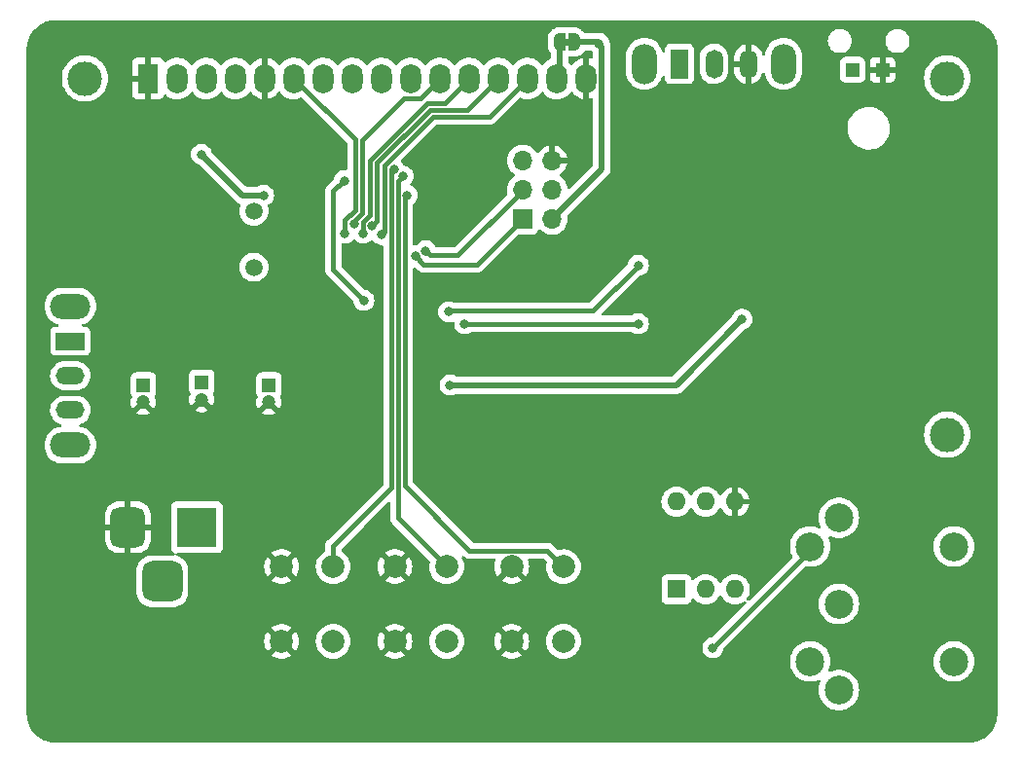
<source format=gbr>
%TF.GenerationSoftware,KiCad,Pcbnew,7.0.2*%
%TF.CreationDate,2023-10-16T21:01:10+02:00*%
%TF.ProjectId,interrupter,696e7465-7272-4757-9074-65722e6b6963,rev?*%
%TF.SameCoordinates,Original*%
%TF.FileFunction,Copper,L2,Bot*%
%TF.FilePolarity,Positive*%
%FSLAX46Y46*%
G04 Gerber Fmt 4.6, Leading zero omitted, Abs format (unit mm)*
G04 Created by KiCad (PCBNEW 7.0.2) date 2023-10-16 21:01:10*
%MOMM*%
%LPD*%
G01*
G04 APERTURE LIST*
G04 Aperture macros list*
%AMRoundRect*
0 Rectangle with rounded corners*
0 $1 Rounding radius*
0 $2 $3 $4 $5 $6 $7 $8 $9 X,Y pos of 4 corners*
0 Add a 4 corners polygon primitive as box body*
4,1,4,$2,$3,$4,$5,$6,$7,$8,$9,$2,$3,0*
0 Add four circle primitives for the rounded corners*
1,1,$1+$1,$2,$3*
1,1,$1+$1,$4,$5*
1,1,$1+$1,$6,$7*
1,1,$1+$1,$8,$9*
0 Add four rect primitives between the rounded corners*
20,1,$1+$1,$2,$3,$4,$5,0*
20,1,$1+$1,$4,$5,$6,$7,0*
20,1,$1+$1,$6,$7,$8,$9,0*
20,1,$1+$1,$8,$9,$2,$3,0*%
%AMFreePoly0*
4,1,19,0.500000,-0.750000,0.000000,-0.750000,0.000000,-0.744911,-0.071157,-0.744911,-0.207708,-0.704816,-0.327430,-0.627875,-0.420627,-0.520320,-0.479746,-0.390866,-0.500000,-0.250000,-0.500000,0.250000,-0.479746,0.390866,-0.420627,0.520320,-0.327430,0.627875,-0.207708,0.704816,-0.071157,0.744911,0.000000,0.744911,0.000000,0.750000,0.500000,0.750000,0.500000,-0.750000,0.500000,-0.750000,
$1*%
%AMFreePoly1*
4,1,19,0.000000,0.744911,0.071157,0.744911,0.207708,0.704816,0.327430,0.627875,0.420627,0.520320,0.479746,0.390866,0.500000,0.250000,0.500000,-0.250000,0.479746,-0.390866,0.420627,-0.520320,0.327430,-0.627875,0.207708,-0.704816,0.071157,-0.744911,0.000000,-0.744911,0.000000,-0.750000,-0.500000,-0.750000,-0.500000,0.750000,0.000000,0.750000,0.000000,0.744911,0.000000,0.744911,
$1*%
G04 Aperture macros list end*
%TA.AperFunction,ComponentPad*%
%ADD10R,1.208000X1.208000*%
%TD*%
%TA.AperFunction,ComponentPad*%
%ADD11C,3.000000*%
%TD*%
%TA.AperFunction,ComponentPad*%
%ADD12R,1.800000X2.600000*%
%TD*%
%TA.AperFunction,ComponentPad*%
%ADD13O,1.800000X2.600000*%
%TD*%
%TA.AperFunction,ComponentPad*%
%ADD14R,1.200000X1.200000*%
%TD*%
%TA.AperFunction,ComponentPad*%
%ADD15C,1.200000*%
%TD*%
%TA.AperFunction,ComponentPad*%
%ADD16R,1.600000X1.600000*%
%TD*%
%TA.AperFunction,ComponentPad*%
%ADD17O,1.600000X1.600000*%
%TD*%
%TA.AperFunction,ComponentPad*%
%ADD18C,2.500000*%
%TD*%
%TA.AperFunction,ComponentPad*%
%ADD19R,3.500000X3.500000*%
%TD*%
%TA.AperFunction,ComponentPad*%
%ADD20RoundRect,0.750000X-0.750000X-1.000000X0.750000X-1.000000X0.750000X1.000000X-0.750000X1.000000X0*%
%TD*%
%TA.AperFunction,ComponentPad*%
%ADD21RoundRect,0.875000X-0.875000X-0.875000X0.875000X-0.875000X0.875000X0.875000X-0.875000X0.875000X0*%
%TD*%
%TA.AperFunction,ComponentPad*%
%ADD22O,3.500000X2.200000*%
%TD*%
%TA.AperFunction,ComponentPad*%
%ADD23R,2.500000X1.500000*%
%TD*%
%TA.AperFunction,ComponentPad*%
%ADD24O,2.500000X1.500000*%
%TD*%
%TA.AperFunction,ComponentPad*%
%ADD25C,1.500000*%
%TD*%
%TA.AperFunction,ComponentPad*%
%ADD26O,2.200000X3.500000*%
%TD*%
%TA.AperFunction,ComponentPad*%
%ADD27R,1.500000X2.500000*%
%TD*%
%TA.AperFunction,ComponentPad*%
%ADD28O,1.500000X2.500000*%
%TD*%
%TA.AperFunction,ComponentPad*%
%ADD29R,1.700000X1.700000*%
%TD*%
%TA.AperFunction,ComponentPad*%
%ADD30O,1.700000X1.700000*%
%TD*%
%TA.AperFunction,ComponentPad*%
%ADD31C,2.000000*%
%TD*%
%TA.AperFunction,SMDPad,CuDef*%
%ADD32FreePoly0,0.000000*%
%TD*%
%TA.AperFunction,SMDPad,CuDef*%
%ADD33FreePoly1,0.000000*%
%TD*%
%TA.AperFunction,ViaPad*%
%ADD34C,0.800000*%
%TD*%
%TA.AperFunction,Conductor*%
%ADD35C,0.508000*%
%TD*%
%TA.AperFunction,Conductor*%
%ADD36C,0.381000*%
%TD*%
G04 APERTURE END LIST*
%TA.AperFunction,EtchedComponent*%
%TO.C,JP1*%
G36*
X68830000Y-27605000D02*
G01*
X68330000Y-27605000D01*
X68330000Y-27005000D01*
X68830000Y-27005000D01*
X68830000Y-27605000D01*
G37*
%TD.AperFunction*%
%TD*%
D10*
%TO.P,U3,P$1,K*%
%TO.N,GND*%
X96042000Y-29718000D03*
%TO.P,U3,P$2,A*%
%TO.N,Net-(SW2A-B)*%
X93442000Y-29718000D03*
%TD*%
D11*
%TO.P,DS1,*%
%TO.N,*%
X26670000Y-30480000D03*
X101668580Y-61480700D03*
X101669100Y-30480000D03*
D12*
%TO.P,DS1,1,VSS*%
%TO.N,GND*%
X32169100Y-30480000D03*
D13*
%TO.P,DS1,2,VDD*%
%TO.N,+5V*%
X34709100Y-30480000D03*
%TO.P,DS1,3,VO*%
%TO.N,Net-(DS1-VO)*%
X37249100Y-30480000D03*
%TO.P,DS1,4,RS*%
%TO.N,/RS*%
X39789100Y-30480000D03*
%TO.P,DS1,5,R/W*%
%TO.N,GND*%
X42329100Y-30480000D03*
%TO.P,DS1,6,E*%
%TO.N,/E*%
X44869100Y-30480000D03*
%TO.P,DS1,7,D0*%
%TO.N,unconnected-(DS1-D0-Pad7)*%
X47409100Y-30480000D03*
%TO.P,DS1,8,D1*%
%TO.N,unconnected-(DS1-D1-Pad8)*%
X49949100Y-30480000D03*
%TO.P,DS1,9,D2*%
%TO.N,unconnected-(DS1-D2-Pad9)*%
X52489100Y-30480000D03*
%TO.P,DS1,10,D3*%
%TO.N,unconnected-(DS1-D3-Pad10)*%
X55029100Y-30480000D03*
%TO.P,DS1,11,D4*%
%TO.N,/DB4*%
X57569100Y-30480000D03*
%TO.P,DS1,12,D5*%
%TO.N,/DB5*%
X60109100Y-30480000D03*
%TO.P,DS1,13,D6*%
%TO.N,/DB6*%
X62649100Y-30480000D03*
%TO.P,DS1,14,D7*%
%TO.N,/DB7*%
X65189100Y-30480000D03*
%TO.P,DS1,15,LED(+)*%
%TO.N,/BL*%
X67729100Y-30480000D03*
%TO.P,DS1,16,LED(-)*%
%TO.N,GND*%
X70269100Y-30480000D03*
%TD*%
D14*
%TO.P,C2,1*%
%TO.N,+5V*%
X36830000Y-56920000D03*
D15*
%TO.P,C2,2*%
%TO.N,GND*%
X36830000Y-58420000D03*
%TD*%
D14*
%TO.P,C3,1*%
%TO.N,+3.3V*%
X42672000Y-57150000D03*
D15*
%TO.P,C3,2*%
%TO.N,GND*%
X42672000Y-58650000D03*
%TD*%
D16*
%TO.P,U5,1*%
%TO.N,Net-(D1-K)*%
X78120000Y-74920000D03*
D17*
%TO.P,U5,2*%
%TO.N,Net-(D1-A)*%
X80660000Y-74920000D03*
%TO.P,U5,3,NC*%
%TO.N,unconnected-(U5-NC-Pad3)*%
X83200000Y-74920000D03*
%TO.P,U5,4*%
%TO.N,GND*%
X83200000Y-67300000D03*
%TO.P,U5,5*%
%TO.N,/RX*%
X80660000Y-67300000D03*
%TO.P,U5,6*%
%TO.N,Net-(R14-Pad1)*%
X78120000Y-67300000D03*
%TD*%
D18*
%TO.P,J4,1*%
%TO.N,unconnected-(J4-Pad1)*%
X92250000Y-68700000D03*
%TO.P,J4,2*%
%TO.N,unconnected-(J4-Pad2)*%
X92250000Y-76200000D03*
%TO.P,J4,3*%
%TO.N,unconnected-(J4-Pad3)*%
X92250000Y-83700000D03*
%TO.P,J4,4*%
%TO.N,Net-(J4-Pad4)*%
X89750000Y-71200000D03*
%TO.P,J4,5*%
%TO.N,Net-(D1-A)*%
X89750000Y-81200000D03*
%TO.P,J4,6*%
%TO.N,N/C*%
X102250000Y-81200000D03*
X102250000Y-71200000D03*
%TD*%
D19*
%TO.P,J1,1*%
%TO.N,VCC*%
X36400000Y-69527500D03*
D20*
%TO.P,J1,2*%
%TO.N,GND*%
X30400000Y-69527500D03*
D21*
%TO.P,J1,3*%
%TO.N,N/C*%
X33400000Y-74227500D03*
%TD*%
D22*
%TO.P,SW1,*%
%TO.N,*%
X25400000Y-50290000D03*
X25400000Y-62390000D03*
D23*
%TO.P,SW1,1,A*%
%TO.N,Net-(SW1A-A)*%
X25400000Y-53340000D03*
D24*
%TO.P,SW1,2,B*%
%TO.N,VCC*%
X25400000Y-56340000D03*
%TO.P,SW1,3,C*%
%TO.N,unconnected-(SW1A-C-Pad3)*%
X25400000Y-59340000D03*
%TD*%
D25*
%TO.P,Y1,1,1*%
%TO.N,/X2*%
X41365000Y-46900000D03*
%TO.P,Y1,2,2*%
%TO.N,/X1*%
X41365000Y-42020000D03*
%TD*%
D26*
%TO.P,SW2,*%
%TO.N,*%
X75332500Y-29210000D03*
X87432500Y-29210000D03*
D27*
%TO.P,SW2,1,A*%
%TO.N,/OPT*%
X78382500Y-29210000D03*
D28*
%TO.P,SW2,2,B*%
%TO.N,Net-(SW2A-B)*%
X81382500Y-29210000D03*
%TO.P,SW2,3,C*%
%TO.N,GND*%
X84382500Y-29210000D03*
%TD*%
D14*
%TO.P,C1,1*%
%TO.N,Net-(SW1A-A)*%
X31750000Y-57150000D03*
D15*
%TO.P,C1,2*%
%TO.N,GND*%
X31750000Y-58650000D03*
%TD*%
D29*
%TO.P,J3,1,MISO*%
%TO.N,/DO*%
X64750000Y-42700000D03*
D30*
%TO.P,J3,2,VCC*%
%TO.N,+5V*%
X67290000Y-42700000D03*
%TO.P,J3,3,SCK*%
%TO.N,/CLK_5V*%
X64750000Y-40160000D03*
%TO.P,J3,4,MOSI*%
%TO.N,/DI_5V*%
X67290000Y-40160000D03*
%TO.P,J3,5,~{RST}*%
%TO.N,/RESET*%
X64750000Y-37620000D03*
%TO.P,J3,6,GND*%
%TO.N,GND*%
X67290000Y-37620000D03*
%TD*%
D31*
%TO.P,SW4,1,1*%
%TO.N,GND*%
X53630000Y-79450000D03*
X53630000Y-72950000D03*
%TO.P,SW4,2,A*%
%TO.N,/DN*%
X58130000Y-79450000D03*
X58130000Y-72950000D03*
%TD*%
%TO.P,SW5,1,1*%
%TO.N,GND*%
X63790000Y-79450000D03*
X63790000Y-72950000D03*
%TO.P,SW5,2,A*%
%TO.N,/OK*%
X68290000Y-79450000D03*
X68290000Y-72950000D03*
%TD*%
%TO.P,SW3,1,1*%
%TO.N,GND*%
X43760000Y-79450000D03*
X43760000Y-72950000D03*
%TO.P,SW3,2,K*%
%TO.N,/UP*%
X48260000Y-79450000D03*
X48260000Y-72950000D03*
%TD*%
D32*
%TO.P,JP1,1,A*%
%TO.N,/BL*%
X67930000Y-27305000D03*
D33*
%TO.P,JP1,2,B*%
%TO.N,+5V*%
X69230000Y-27305000D03*
%TD*%
D34*
%TO.N,GND*%
X45085000Y-52070000D03*
X39370000Y-45720000D03*
X58420000Y-40640000D03*
X45720000Y-41910000D03*
X39370000Y-43180000D03*
X39370000Y-44450000D03*
X43434000Y-38989000D03*
%TO.N,+5V*%
X42218500Y-40640000D03*
X36805000Y-37082500D03*
X71374000Y-27432000D03*
%TO.N,+3.3V*%
X83820000Y-51435000D03*
X58420000Y-57150000D03*
%TO.N,/E*%
X49276000Y-43942000D03*
%TO.N,/DB4*%
X50066000Y-43142398D03*
%TO.N,/DB5*%
X50860000Y-43942000D03*
%TO.N,/DB6*%
X51650000Y-43271504D03*
%TO.N,/DB7*%
X52460000Y-44069000D03*
%TO.N,/DO*%
X55408000Y-45938000D03*
%TO.N,/UP*%
X53528638Y-38369914D03*
%TO.N,/DN*%
X54331425Y-38965345D03*
%TO.N,/OK*%
X54711000Y-40640000D03*
%TO.N,/RX*%
X49219502Y-39370000D03*
X50927000Y-49784000D03*
%TO.N,/CLK_5V*%
X56320000Y-45466000D03*
%TO.N,/DI_5V*%
X59690000Y-51816000D03*
X74803000Y-51816000D03*
%TO.N,/CS_5V*%
X74803000Y-46736000D03*
X58312056Y-50780944D03*
%TO.N,Net-(J4-Pad4)*%
X81280000Y-80010000D03*
%TD*%
D35*
%TO.N,+5V*%
X69230000Y-27305000D02*
X71247000Y-27305000D01*
X71623100Y-38366900D02*
X67290000Y-42700000D01*
X71374000Y-27432000D02*
X71623100Y-27681100D01*
X71247000Y-27305000D02*
X71374000Y-27432000D01*
X40362500Y-40640000D02*
X36805000Y-37082500D01*
D36*
X71374000Y-27432000D02*
X71559600Y-27617600D01*
X69357000Y-27432000D02*
X69230000Y-27305000D01*
D35*
X42218500Y-40640000D02*
X40362500Y-40640000D01*
X71623100Y-27681100D02*
X71623100Y-38366900D01*
%TO.N,+3.3V*%
X58420000Y-57150000D02*
X78105000Y-57150000D01*
X78105000Y-57150000D02*
X83820000Y-51435000D01*
D36*
%TO.N,/E*%
X49276000Y-43942000D02*
X49276000Y-42814462D01*
X50165000Y-35775900D02*
X44869100Y-30480000D01*
X49276000Y-42814462D02*
X50165000Y-41925462D01*
X50165000Y-41925462D02*
X50165000Y-35775900D01*
%TO.N,/DB4*%
X50066000Y-43142398D02*
X50066000Y-42915910D01*
X55878600Y-32170500D02*
X57569100Y-30480000D01*
X50066000Y-42915910D02*
X50800000Y-42181910D01*
X50800000Y-42181910D02*
X50800000Y-35814000D01*
X54443500Y-32170500D02*
X55878600Y-32170500D01*
X50800000Y-35814000D02*
X54443500Y-32170500D01*
%TO.N,/DB5*%
X51435000Y-37651658D02*
X56447658Y-32639000D01*
X57950100Y-32639000D02*
X60109100Y-30480000D01*
X50860000Y-42943568D02*
X51435000Y-42368568D01*
X51435000Y-42368568D02*
X51435000Y-37651658D01*
X50860000Y-43942000D02*
X50860000Y-42943568D01*
X56447658Y-32639000D02*
X57950100Y-32639000D01*
%TO.N,/DB6*%
X56688316Y-33220000D02*
X59909100Y-33220000D01*
X52070000Y-37838316D02*
X56688316Y-33220000D01*
X51650000Y-43271504D02*
X52070000Y-42851504D01*
X59909100Y-33220000D02*
X62649100Y-30480000D01*
X52070000Y-42851504D02*
X52070000Y-37838316D01*
%TO.N,/DB7*%
X61868100Y-33801000D02*
X65189100Y-30480000D01*
X52705000Y-38024974D02*
X56928974Y-33801000D01*
X52705000Y-43824000D02*
X52705000Y-38024974D01*
X56928974Y-33801000D02*
X61868100Y-33801000D01*
X52460000Y-44069000D02*
X52705000Y-43824000D01*
D35*
%TO.N,/BL*%
X67930000Y-27305000D02*
X67930000Y-30279100D01*
X67930000Y-30279100D02*
X67729100Y-30480000D01*
D36*
%TO.N,/DO*%
X64750000Y-42700000D02*
X60778944Y-46671056D01*
X56141056Y-46671056D02*
X55408000Y-45938000D01*
X60778944Y-46671056D02*
X56141056Y-46671056D01*
%TO.N,/UP*%
X48260000Y-71120000D02*
X48260000Y-72950000D01*
X53528638Y-38369914D02*
X53340000Y-38558552D01*
X53340000Y-38558552D02*
X53340000Y-66040000D01*
X53340000Y-66040000D02*
X48260000Y-71120000D01*
%TO.N,/DN*%
X53921000Y-68741000D02*
X58130000Y-72950000D01*
X53921000Y-39375770D02*
X53921000Y-68741000D01*
X54331425Y-38965345D02*
X53921000Y-39375770D01*
%TO.N,/OK*%
X54502000Y-40849000D02*
X54502000Y-65932000D01*
X54502000Y-65932000D02*
X60129500Y-71559500D01*
X54711000Y-40640000D02*
X54502000Y-40849000D01*
X66899500Y-71559500D02*
X68290000Y-72950000D01*
X60129500Y-71559500D02*
X66899500Y-71559500D01*
%TO.N,/RX*%
X49219502Y-39370000D02*
X49149000Y-39370000D01*
X48260000Y-40259000D02*
X48260000Y-47117000D01*
X49149000Y-39370000D02*
X48260000Y-40259000D01*
X48260000Y-47117000D02*
X50927000Y-49784000D01*
%TO.N,/CLK_5V*%
X64750000Y-40219000D02*
X59088444Y-45880556D01*
X56734556Y-45880556D02*
X56320000Y-45466000D01*
X64750000Y-40160000D02*
X64750000Y-40219000D01*
X59088444Y-45880556D02*
X56734556Y-45880556D01*
%TO.N,/DI_5V*%
X59690000Y-51816000D02*
X74803000Y-51816000D01*
%TO.N,/CS_5V*%
X70866000Y-50673000D02*
X74803000Y-46736000D01*
X58420000Y-50673000D02*
X70866000Y-50673000D01*
X58312056Y-50780944D02*
X58420000Y-50673000D01*
%TO.N,Net-(J4-Pad4)*%
X89750000Y-71540000D02*
X89750000Y-71200000D01*
X81280000Y-80010000D02*
X89750000Y-71540000D01*
%TD*%
%TA.AperFunction,Conductor*%
%TO.N,GND*%
G36*
X70519100Y-32258264D02*
G01*
X70680537Y-32223473D01*
X70690364Y-32219524D01*
X70759908Y-32212791D01*
X70822053Y-32244726D01*
X70857066Y-32305190D01*
X70860600Y-32334581D01*
X70860600Y-37999699D01*
X70840915Y-38066738D01*
X70824281Y-38087380D01*
X68849859Y-40061801D01*
X68788536Y-40095286D01*
X68718844Y-40090302D01*
X68662911Y-40048430D01*
X68638601Y-39984361D01*
X68634564Y-39935632D01*
X68579296Y-39717384D01*
X68488860Y-39511209D01*
X68365722Y-39322732D01*
X68213240Y-39157094D01*
X68074956Y-39049462D01*
X68035575Y-39018810D01*
X67992302Y-38995392D01*
X67942712Y-38946172D01*
X67927605Y-38877955D01*
X67951776Y-38812400D01*
X67980198Y-38784763D01*
X68161078Y-38658109D01*
X68328106Y-38491081D01*
X68463600Y-38297576D01*
X68563430Y-38083492D01*
X68620636Y-37870000D01*
X67723686Y-37870000D01*
X67749493Y-37829844D01*
X67790000Y-37691889D01*
X67790000Y-37548111D01*
X67749493Y-37410156D01*
X67723686Y-37370000D01*
X68620636Y-37370000D01*
X68620635Y-37369999D01*
X68563430Y-37156507D01*
X68463599Y-36942421D01*
X68328109Y-36748921D01*
X68161081Y-36581893D01*
X67967576Y-36446399D01*
X67753492Y-36346569D01*
X67540000Y-36289364D01*
X67540000Y-37184498D01*
X67432315Y-37135320D01*
X67325763Y-37120000D01*
X67254237Y-37120000D01*
X67147685Y-37135320D01*
X67039999Y-37184498D01*
X67040000Y-36289364D01*
X67039999Y-36289364D01*
X66826507Y-36346569D01*
X66612421Y-36446400D01*
X66418921Y-36581890D01*
X66251893Y-36748918D01*
X66125132Y-36929952D01*
X66070555Y-36973576D01*
X66001056Y-36980769D01*
X65938702Y-36949247D01*
X65919748Y-36926649D01*
X65825723Y-36782732D01*
X65706917Y-36653677D01*
X65673240Y-36617094D01*
X65495576Y-36478811D01*
X65297574Y-36371658D01*
X65297573Y-36371657D01*
X65297572Y-36371657D01*
X65084636Y-36298556D01*
X64862569Y-36261500D01*
X64637431Y-36261500D01*
X64415363Y-36298556D01*
X64202427Y-36371657D01*
X64004424Y-36478811D01*
X63826760Y-36617094D01*
X63674279Y-36782730D01*
X63551138Y-36971211D01*
X63460705Y-37177381D01*
X63405435Y-37395636D01*
X63386843Y-37620000D01*
X63405435Y-37844363D01*
X63405435Y-37844366D01*
X63405436Y-37844368D01*
X63451904Y-38027867D01*
X63460705Y-38062618D01*
X63551138Y-38268788D01*
X63551140Y-38268791D01*
X63674278Y-38457268D01*
X63826760Y-38622906D01*
X64004424Y-38761189D01*
X64004426Y-38761190D01*
X64040931Y-38780946D01*
X64090521Y-38830165D01*
X64105629Y-38898382D01*
X64081458Y-38963937D01*
X64040931Y-38999054D01*
X64004426Y-39018809D01*
X63826760Y-39157094D01*
X63674279Y-39322730D01*
X63551138Y-39511211D01*
X63492800Y-39644211D01*
X63460704Y-39717384D01*
X63427757Y-39847489D01*
X63405435Y-39935636D01*
X63386843Y-40160000D01*
X63405435Y-40384365D01*
X63426665Y-40468202D01*
X63424039Y-40538022D01*
X63394140Y-40586322D01*
X58835227Y-45145237D01*
X58773904Y-45178722D01*
X58747546Y-45181556D01*
X57272923Y-45181556D01*
X57205884Y-45161871D01*
X57160129Y-45109067D01*
X57154994Y-45095879D01*
X57154528Y-45094446D01*
X57059042Y-44929058D01*
X56996968Y-44860118D01*
X56931253Y-44787134D01*
X56776752Y-44674882D01*
X56776751Y-44674881D01*
X56602285Y-44597204D01*
X56415489Y-44557500D01*
X56415487Y-44557500D01*
X56224513Y-44557500D01*
X56224511Y-44557500D01*
X56037714Y-44597204D01*
X55863248Y-44674881D01*
X55708748Y-44787133D01*
X55580957Y-44929058D01*
X55558764Y-44967500D01*
X55508197Y-45015715D01*
X55451377Y-45029500D01*
X55325000Y-45029500D01*
X55257961Y-45009815D01*
X55212206Y-44957011D01*
X55201000Y-44905500D01*
X55201000Y-41470142D01*
X55220685Y-41403103D01*
X55252112Y-41369826D01*
X55322253Y-41318866D01*
X55338170Y-41301189D01*
X55450040Y-41176944D01*
X55545527Y-41011556D01*
X55603376Y-40833516D01*
X55604542Y-40829928D01*
X55624504Y-40640000D01*
X55604542Y-40450072D01*
X55560595Y-40314818D01*
X55545527Y-40268443D01*
X55450042Y-40103058D01*
X55401833Y-40049517D01*
X55322253Y-39961134D01*
X55167752Y-39848882D01*
X55167751Y-39848881D01*
X55031452Y-39788197D01*
X54978214Y-39742946D01*
X54957893Y-39676097D01*
X54976938Y-39608874D01*
X54989730Y-39591953D01*
X55070465Y-39502289D01*
X55165952Y-39336901D01*
X55224967Y-39155273D01*
X55244929Y-38965345D01*
X55224967Y-38775417D01*
X55175413Y-38622906D01*
X55165952Y-38593788D01*
X55070467Y-38428403D01*
X55003464Y-38353989D01*
X54942678Y-38286479D01*
X54788177Y-38174227D01*
X54788176Y-38174226D01*
X54613710Y-38096549D01*
X54446740Y-38061059D01*
X54385258Y-38027867D01*
X54365134Y-38001769D01*
X54342919Y-37963292D01*
X54328630Y-37938543D01*
X54267678Y-37832969D01*
X54213508Y-37772808D01*
X54165358Y-37719332D01*
X54135128Y-37656342D01*
X54143753Y-37587007D01*
X54169824Y-37548683D01*
X57182189Y-34536319D01*
X57243513Y-34502834D01*
X57269871Y-34500000D01*
X61843231Y-34500000D01*
X61850718Y-34500226D01*
X61910615Y-34503849D01*
X61969658Y-34493027D01*
X61977040Y-34491905D01*
X62036610Y-34484673D01*
X62046047Y-34481093D01*
X62067657Y-34475069D01*
X62077583Y-34473251D01*
X62132321Y-34448614D01*
X62139191Y-34445768D01*
X62195327Y-34424480D01*
X62203630Y-34418747D01*
X62223178Y-34407722D01*
X62232375Y-34403584D01*
X62279616Y-34366572D01*
X62285624Y-34362151D01*
X62335027Y-34328052D01*
X62374829Y-34283123D01*
X62379931Y-34277703D01*
X64468274Y-32189359D01*
X64529595Y-32155876D01*
X64599287Y-32160860D01*
X64611777Y-32166319D01*
X64662029Y-32191655D01*
X64662033Y-32191657D01*
X64891285Y-32261864D01*
X65129105Y-32292318D01*
X65368651Y-32282143D01*
X65603032Y-32231630D01*
X65825504Y-32142233D01*
X66029669Y-32016524D01*
X66209651Y-31858119D01*
X66360275Y-31671576D01*
X66360275Y-31671575D01*
X66365885Y-31664628D01*
X66423316Y-31624836D01*
X66493143Y-31622410D01*
X66553198Y-31658120D01*
X66565096Y-31673091D01*
X66617416Y-31750502D01*
X66629275Y-31768047D01*
X66795175Y-31941144D01*
X66987943Y-32083715D01*
X67202033Y-32191657D01*
X67431285Y-32261864D01*
X67669105Y-32292318D01*
X67908651Y-32282143D01*
X68143032Y-32231630D01*
X68365504Y-32142233D01*
X68569669Y-32016524D01*
X68749651Y-31858119D01*
X68900275Y-31671576D01*
X68900274Y-31671576D01*
X68906906Y-31663364D01*
X68908474Y-31664630D01*
X68948793Y-31625077D01*
X69017205Y-31610879D01*
X69082432Y-31635922D01*
X69109910Y-31665036D01*
X69175911Y-31762687D01*
X69340811Y-31934741D01*
X69532415Y-32076450D01*
X69745213Y-32183741D01*
X69973083Y-32253525D01*
X70019100Y-32259417D01*
X70019100Y-31025881D01*
X70112469Y-31064556D01*
X70229777Y-31080000D01*
X70308423Y-31080000D01*
X70425731Y-31064556D01*
X70519100Y-31025881D01*
X70519100Y-32258264D01*
G37*
%TD.AperFunction*%
%TA.AperFunction,Conductor*%
G36*
X70735531Y-28087185D02*
G01*
X70760644Y-28108530D01*
X70762748Y-28110867D01*
X70809484Y-28144822D01*
X70852151Y-28200152D01*
X70860600Y-28245141D01*
X70860600Y-28629305D01*
X70840915Y-28696344D01*
X70788111Y-28742099D01*
X70718953Y-28752043D01*
X70700290Y-28747870D01*
X70565117Y-28706474D01*
X70519100Y-28700581D01*
X70519100Y-29934118D01*
X70425731Y-29895444D01*
X70308423Y-29880000D01*
X70229777Y-29880000D01*
X70112469Y-29895444D01*
X70019100Y-29934118D01*
X70019100Y-28701734D01*
X70019099Y-28701734D01*
X69857665Y-28736526D01*
X69636537Y-28825383D01*
X69433602Y-28950335D01*
X69254708Y-29107781D01*
X69098364Y-29301412D01*
X69095488Y-29299090D01*
X69059307Y-29334538D01*
X68990886Y-29348691D01*
X68925675Y-29323606D01*
X68898264Y-29294543D01*
X68828925Y-29191953D01*
X68748253Y-29107781D01*
X68726977Y-29085581D01*
X68694801Y-29023561D01*
X68692500Y-28999781D01*
X68692500Y-28692729D01*
X68712185Y-28625690D01*
X68764989Y-28579935D01*
X68816500Y-28568729D01*
X69301889Y-28568729D01*
X69446622Y-28547920D01*
X69446621Y-28547920D01*
X69584577Y-28507413D01*
X69717586Y-28446670D01*
X69838540Y-28368938D01*
X69838544Y-28368935D01*
X69949051Y-28273179D01*
X70043205Y-28164518D01*
X70068948Y-28124460D01*
X70121753Y-28078706D01*
X70173264Y-28067500D01*
X70668492Y-28067500D01*
X70735531Y-28087185D01*
G37*
%TD.AperFunction*%
%TA.AperFunction,Conductor*%
G36*
X103508471Y-25400694D02*
G01*
X103620603Y-25406992D01*
X103789353Y-25417199D01*
X103802588Y-25418720D01*
X103935387Y-25441283D01*
X104081243Y-25468013D01*
X104093133Y-25470809D01*
X104225788Y-25509025D01*
X104228279Y-25509773D01*
X104365146Y-25552423D01*
X104375682Y-25556237D01*
X104504736Y-25609693D01*
X104508063Y-25611130D01*
X104637306Y-25669298D01*
X104646372Y-25673834D01*
X104769331Y-25741791D01*
X104773500Y-25744202D01*
X104893988Y-25817040D01*
X104901592Y-25822027D01*
X105016525Y-25903575D01*
X105021223Y-25907078D01*
X105131752Y-25993672D01*
X105137906Y-25998823D01*
X105243133Y-26092859D01*
X105248187Y-26097638D01*
X105347360Y-26196811D01*
X105352139Y-26201865D01*
X105446175Y-26307092D01*
X105451326Y-26313246D01*
X105537904Y-26423754D01*
X105541423Y-26428473D01*
X105622971Y-26543406D01*
X105627958Y-26551010D01*
X105700796Y-26671498D01*
X105703207Y-26675667D01*
X105771164Y-26798626D01*
X105775710Y-26807713D01*
X105815021Y-26895058D01*
X105833832Y-26936853D01*
X105835317Y-26940291D01*
X105888756Y-27069303D01*
X105892580Y-27079866D01*
X105935214Y-27216684D01*
X105935983Y-27219246D01*
X105974180Y-27351831D01*
X105976995Y-27363807D01*
X106003723Y-27509655D01*
X106026276Y-27642390D01*
X106027800Y-27655663D01*
X106038012Y-27824474D01*
X106044304Y-27936529D01*
X106044499Y-27943480D01*
X106044499Y-85802818D01*
X106043968Y-85814281D01*
X106035247Y-85908213D01*
X106015572Y-86109233D01*
X106013417Y-86123102D01*
X105985520Y-86253456D01*
X105972186Y-86311552D01*
X105948338Y-86415453D01*
X105944829Y-86427777D01*
X105899577Y-86560284D01*
X105898554Y-86563163D01*
X105843946Y-86711051D01*
X105839421Y-86721737D01*
X105777548Y-86850697D01*
X105775632Y-86854520D01*
X105703969Y-86991557D01*
X105698776Y-87000550D01*
X105621314Y-87122578D01*
X105618264Y-87127154D01*
X105530495Y-87252744D01*
X105524973Y-87260055D01*
X105433208Y-87372640D01*
X105428823Y-87377732D01*
X105326136Y-87490632D01*
X105320607Y-87496333D01*
X105216024Y-87597476D01*
X105210141Y-87602811D01*
X105093895Y-87701645D01*
X105088659Y-87705858D01*
X104973044Y-87793825D01*
X104965553Y-87799099D01*
X104837122Y-87882605D01*
X104832446Y-87885501D01*
X104707878Y-87958849D01*
X104698717Y-87963738D01*
X104559361Y-88030779D01*
X104555476Y-88032566D01*
X104424522Y-88090091D01*
X104413690Y-88094256D01*
X104264039Y-88143895D01*
X104261129Y-88144821D01*
X104127213Y-88185609D01*
X104114767Y-88188706D01*
X103951629Y-88220448D01*
X103898158Y-88230034D01*
X103820403Y-88243972D01*
X103806481Y-88245661D01*
X103602141Y-88258769D01*
X103509004Y-88264282D01*
X103501676Y-88264499D01*
X24133481Y-88263079D01*
X24126529Y-88262884D01*
X24012688Y-88256490D01*
X23845855Y-88246410D01*
X23832563Y-88244884D01*
X23698106Y-88222039D01*
X23554003Y-88195630D01*
X23542036Y-88192817D01*
X23408302Y-88154289D01*
X23405739Y-88153520D01*
X23270089Y-88111249D01*
X23259528Y-88107425D01*
X23129658Y-88053632D01*
X23126219Y-88052146D01*
X22997940Y-87994412D01*
X22988849Y-87989864D01*
X22865195Y-87921522D01*
X22861026Y-87919111D01*
X22741247Y-87846701D01*
X22733643Y-87841715D01*
X22618118Y-87759746D01*
X22613399Y-87756226D01*
X22503499Y-87670123D01*
X22497346Y-87664973D01*
X22391594Y-87570468D01*
X22386548Y-87565698D01*
X22287876Y-87467024D01*
X22283116Y-87461988D01*
X22188615Y-87356241D01*
X22183474Y-87350101D01*
X22097336Y-87240151D01*
X22093856Y-87235486D01*
X22011859Y-87119921D01*
X22006910Y-87112375D01*
X21934464Y-86992533D01*
X21932064Y-86988382D01*
X21906624Y-86942352D01*
X21863717Y-86864716D01*
X21859186Y-86855659D01*
X21801430Y-86727328D01*
X21799954Y-86723911D01*
X21799054Y-86721737D01*
X21746160Y-86594039D01*
X21742351Y-86583520D01*
X21700025Y-86447687D01*
X21699315Y-86445319D01*
X21660778Y-86311550D01*
X21657964Y-86299577D01*
X21631560Y-86155491D01*
X21626057Y-86123102D01*
X21608703Y-86020960D01*
X21607186Y-86007740D01*
X21597286Y-85844067D01*
X21590694Y-85726670D01*
X21590500Y-85719734D01*
X21590500Y-81199999D01*
X87986568Y-81199999D01*
X88006264Y-81462824D01*
X88064913Y-81719780D01*
X88161204Y-81965124D01*
X88292985Y-82193376D01*
X88457314Y-82399438D01*
X88457316Y-82399440D01*
X88457317Y-82399441D01*
X88650513Y-82578701D01*
X88650515Y-82578702D01*
X88650519Y-82578706D01*
X88868285Y-82727176D01*
X89105746Y-82841532D01*
X89357600Y-82919218D01*
X89571964Y-82951528D01*
X89618218Y-82958500D01*
X89618219Y-82958500D01*
X89881782Y-82958500D01*
X89921064Y-82952579D01*
X90142400Y-82919218D01*
X90394254Y-82841532D01*
X90483933Y-82798344D01*
X90552872Y-82786993D01*
X90617007Y-82814715D01*
X90655973Y-82872710D01*
X90657398Y-82942565D01*
X90653161Y-82955367D01*
X90564913Y-83180217D01*
X90506264Y-83437175D01*
X90486568Y-83700000D01*
X90506264Y-83962824D01*
X90564913Y-84219779D01*
X90564913Y-84219780D01*
X90661204Y-84465124D01*
X90792985Y-84693376D01*
X90957314Y-84899438D01*
X90957316Y-84899440D01*
X90957317Y-84899441D01*
X91150513Y-85078701D01*
X91150515Y-85078702D01*
X91150519Y-85078706D01*
X91368285Y-85227176D01*
X91605746Y-85341532D01*
X91857600Y-85419218D01*
X92071964Y-85451528D01*
X92118218Y-85458500D01*
X92118219Y-85458500D01*
X92381782Y-85458500D01*
X92421064Y-85452579D01*
X92642400Y-85419218D01*
X92894254Y-85341532D01*
X93131716Y-85227176D01*
X93349481Y-85078706D01*
X93542686Y-84899438D01*
X93707015Y-84693376D01*
X93838796Y-84465124D01*
X93935087Y-84219780D01*
X93993735Y-83962826D01*
X94013431Y-83700000D01*
X93993735Y-83437174D01*
X93935087Y-83180220D01*
X93838796Y-82934876D01*
X93707015Y-82706624D01*
X93542686Y-82500562D01*
X93542685Y-82500561D01*
X93349483Y-82321295D01*
X93131713Y-82172822D01*
X92894252Y-82058467D01*
X92642401Y-81980782D01*
X92381782Y-81941500D01*
X92381781Y-81941500D01*
X92118219Y-81941500D01*
X92118218Y-81941500D01*
X91857598Y-81980782D01*
X91605747Y-82058467D01*
X91516068Y-82101655D01*
X91447126Y-82113007D01*
X91382992Y-82085285D01*
X91344026Y-82027290D01*
X91342601Y-81957435D01*
X91346834Y-81944641D01*
X91435087Y-81719780D01*
X91493735Y-81462826D01*
X91513431Y-81200000D01*
X100486568Y-81200000D01*
X100506264Y-81462824D01*
X100564913Y-81719779D01*
X100564913Y-81719780D01*
X100661204Y-81965124D01*
X100792985Y-82193376D01*
X100957314Y-82399438D01*
X100957316Y-82399440D01*
X100957317Y-82399441D01*
X101150513Y-82578701D01*
X101150515Y-82578702D01*
X101150519Y-82578706D01*
X101368285Y-82727176D01*
X101605746Y-82841532D01*
X101857600Y-82919218D01*
X102071964Y-82951528D01*
X102118218Y-82958500D01*
X102118219Y-82958500D01*
X102381782Y-82958500D01*
X102421063Y-82952579D01*
X102642400Y-82919218D01*
X102894254Y-82841532D01*
X103131716Y-82727176D01*
X103349481Y-82578706D01*
X103542686Y-82399438D01*
X103707015Y-82193376D01*
X103838796Y-81965124D01*
X103935087Y-81719780D01*
X103993735Y-81462826D01*
X104013431Y-81200000D01*
X103993735Y-80937174D01*
X103935087Y-80680220D01*
X103838796Y-80434876D01*
X103707015Y-80206624D01*
X103542686Y-80000562D01*
X103498118Y-79959209D01*
X103349483Y-79821295D01*
X103131713Y-79672822D01*
X102894252Y-79558467D01*
X102642401Y-79480782D01*
X102381782Y-79441500D01*
X102381781Y-79441500D01*
X102118219Y-79441500D01*
X102118218Y-79441500D01*
X101857598Y-79480782D01*
X101605748Y-79558467D01*
X101368287Y-79672822D01*
X101150513Y-79821298D01*
X100957317Y-80000558D01*
X100792984Y-80206624D01*
X100661204Y-80434875D01*
X100564913Y-80680219D01*
X100506264Y-80937175D01*
X100486568Y-81200000D01*
X91513431Y-81200000D01*
X91493735Y-80937174D01*
X91435087Y-80680220D01*
X91338796Y-80434876D01*
X91207015Y-80206624D01*
X91042686Y-80000562D01*
X90998118Y-79959209D01*
X90849483Y-79821295D01*
X90631713Y-79672822D01*
X90394252Y-79558467D01*
X90142401Y-79480782D01*
X89881782Y-79441500D01*
X89881781Y-79441500D01*
X89618219Y-79441500D01*
X89618218Y-79441500D01*
X89357598Y-79480782D01*
X89105748Y-79558467D01*
X88868287Y-79672822D01*
X88650513Y-79821298D01*
X88457317Y-80000558D01*
X88292984Y-80206624D01*
X88161204Y-80434875D01*
X88064913Y-80680219D01*
X88006264Y-80937175D01*
X87986568Y-81199999D01*
X21590500Y-81199999D01*
X21590500Y-79449999D01*
X42254858Y-79449999D01*
X42275386Y-79697732D01*
X42336413Y-79938721D01*
X42436268Y-80166370D01*
X42536563Y-80319882D01*
X42536564Y-80319882D01*
X43234070Y-79622375D01*
X43236884Y-79635915D01*
X43306442Y-79770156D01*
X43409638Y-79880652D01*
X43538819Y-79959209D01*
X43590002Y-79973549D01*
X42889942Y-80673609D01*
X42889942Y-80673610D01*
X42936766Y-80710055D01*
X43155393Y-80828368D01*
X43390506Y-80909083D01*
X43635707Y-80950000D01*
X43884293Y-80950000D01*
X44129493Y-80909083D01*
X44364606Y-80828368D01*
X44583233Y-80710053D01*
X44630056Y-80673609D01*
X43931568Y-79975121D01*
X44048458Y-79924349D01*
X44165739Y-79828934D01*
X44252928Y-79705415D01*
X44283354Y-79619802D01*
X44983434Y-80319882D01*
X45083730Y-80166369D01*
X45183586Y-79938721D01*
X45244613Y-79697732D01*
X45265141Y-79450000D01*
X46746835Y-79450000D01*
X46765465Y-79686712D01*
X46820894Y-79917593D01*
X46866327Y-80027278D01*
X46911760Y-80136963D01*
X47035824Y-80339416D01*
X47190031Y-80519969D01*
X47370584Y-80674176D01*
X47573037Y-80798240D01*
X47792406Y-80889105D01*
X48023289Y-80944535D01*
X48260000Y-80963165D01*
X48496711Y-80944535D01*
X48727594Y-80889105D01*
X48946963Y-80798240D01*
X49149416Y-80674176D01*
X49329969Y-80519969D01*
X49484176Y-80339416D01*
X49608240Y-80136963D01*
X49699105Y-79917594D01*
X49754535Y-79686711D01*
X49773165Y-79450000D01*
X52124858Y-79450000D01*
X52145386Y-79697732D01*
X52206413Y-79938721D01*
X52306268Y-80166370D01*
X52406563Y-80319882D01*
X52406564Y-80319882D01*
X53104070Y-79622376D01*
X53106884Y-79635915D01*
X53176442Y-79770156D01*
X53279638Y-79880652D01*
X53408819Y-79959209D01*
X53460002Y-79973549D01*
X52759942Y-80673609D01*
X52759942Y-80673610D01*
X52806766Y-80710055D01*
X53025393Y-80828368D01*
X53260506Y-80909083D01*
X53505707Y-80950000D01*
X53754293Y-80950000D01*
X53999493Y-80909083D01*
X54234606Y-80828368D01*
X54453233Y-80710053D01*
X54500056Y-80673609D01*
X53801568Y-79975121D01*
X53918458Y-79924349D01*
X54035739Y-79828934D01*
X54122928Y-79705415D01*
X54153354Y-79619802D01*
X54853434Y-80319882D01*
X54953730Y-80166369D01*
X55053586Y-79938721D01*
X55114613Y-79697732D01*
X55135141Y-79450000D01*
X56616835Y-79450000D01*
X56635465Y-79686712D01*
X56690894Y-79917593D01*
X56736327Y-80027278D01*
X56781760Y-80136963D01*
X56905824Y-80339416D01*
X57060031Y-80519969D01*
X57240584Y-80674176D01*
X57443037Y-80798240D01*
X57662406Y-80889105D01*
X57893289Y-80944535D01*
X58130000Y-80963165D01*
X58366711Y-80944535D01*
X58597594Y-80889105D01*
X58816963Y-80798240D01*
X59019416Y-80674176D01*
X59199969Y-80519969D01*
X59354176Y-80339416D01*
X59478240Y-80136963D01*
X59569105Y-79917594D01*
X59624535Y-79686711D01*
X59643165Y-79450000D01*
X62284858Y-79450000D01*
X62305386Y-79697732D01*
X62366413Y-79938721D01*
X62466268Y-80166370D01*
X62566563Y-80319882D01*
X62566564Y-80319882D01*
X63264070Y-79622375D01*
X63266884Y-79635915D01*
X63336442Y-79770156D01*
X63439638Y-79880652D01*
X63568819Y-79959209D01*
X63620002Y-79973549D01*
X62919942Y-80673609D01*
X62919942Y-80673610D01*
X62966766Y-80710055D01*
X63185393Y-80828368D01*
X63420506Y-80909083D01*
X63665707Y-80950000D01*
X63914293Y-80950000D01*
X64159493Y-80909083D01*
X64394606Y-80828368D01*
X64613233Y-80710053D01*
X64660056Y-80673609D01*
X63961568Y-79975121D01*
X64078458Y-79924349D01*
X64195739Y-79828934D01*
X64282928Y-79705415D01*
X64313354Y-79619802D01*
X65013434Y-80319882D01*
X65113730Y-80166369D01*
X65213586Y-79938721D01*
X65274613Y-79697732D01*
X65295141Y-79450000D01*
X66776835Y-79450000D01*
X66795465Y-79686712D01*
X66850894Y-79917593D01*
X66896327Y-80027278D01*
X66941760Y-80136963D01*
X67065824Y-80339416D01*
X67220031Y-80519969D01*
X67400584Y-80674176D01*
X67603037Y-80798240D01*
X67822406Y-80889105D01*
X68053289Y-80944535D01*
X68290000Y-80963165D01*
X68526711Y-80944535D01*
X68757594Y-80889105D01*
X68976963Y-80798240D01*
X69179416Y-80674176D01*
X69359969Y-80519969D01*
X69514176Y-80339416D01*
X69638240Y-80136963D01*
X69729105Y-79917594D01*
X69784535Y-79686711D01*
X69803165Y-79450000D01*
X69784535Y-79213289D01*
X69729105Y-78982406D01*
X69638240Y-78763037D01*
X69514176Y-78560584D01*
X69359969Y-78380031D01*
X69179416Y-78225824D01*
X68976963Y-78101760D01*
X68867278Y-78056327D01*
X68757593Y-78010894D01*
X68526712Y-77955465D01*
X68408355Y-77946149D01*
X68290000Y-77936835D01*
X68289999Y-77936835D01*
X68053287Y-77955465D01*
X67822406Y-78010894D01*
X67603035Y-78101761D01*
X67400585Y-78225823D01*
X67220031Y-78380031D01*
X67065823Y-78560585D01*
X66941761Y-78763035D01*
X66850894Y-78982406D01*
X66795465Y-79213287D01*
X66776835Y-79450000D01*
X65295141Y-79450000D01*
X65274613Y-79202267D01*
X65213586Y-78961278D01*
X65113730Y-78733630D01*
X65013434Y-78580116D01*
X64315928Y-79277621D01*
X64313116Y-79264085D01*
X64243558Y-79129844D01*
X64140362Y-79019348D01*
X64011181Y-78940791D01*
X63959996Y-78926449D01*
X64660056Y-78226389D01*
X64660056Y-78226387D01*
X64613235Y-78189947D01*
X64394606Y-78071631D01*
X64159493Y-77990916D01*
X63914293Y-77950000D01*
X63665707Y-77950000D01*
X63420506Y-77990916D01*
X63185393Y-78071631D01*
X62966764Y-78189946D01*
X62919942Y-78226388D01*
X62919942Y-78226390D01*
X63618430Y-78924879D01*
X63501542Y-78975651D01*
X63384261Y-79071066D01*
X63297072Y-79194585D01*
X63266645Y-79280197D01*
X62566564Y-78580116D01*
X62466266Y-78733634D01*
X62366413Y-78961278D01*
X62305386Y-79202267D01*
X62284858Y-79450000D01*
X59643165Y-79450000D01*
X59624535Y-79213289D01*
X59569105Y-78982406D01*
X59478240Y-78763037D01*
X59354176Y-78560584D01*
X59199969Y-78380031D01*
X59019416Y-78225824D01*
X58816963Y-78101760D01*
X58707278Y-78056327D01*
X58597593Y-78010894D01*
X58366712Y-77955465D01*
X58248355Y-77946149D01*
X58130000Y-77936835D01*
X58129999Y-77936835D01*
X57893287Y-77955465D01*
X57662406Y-78010894D01*
X57443035Y-78101761D01*
X57240585Y-78225823D01*
X57060031Y-78380031D01*
X56905823Y-78560585D01*
X56781761Y-78763035D01*
X56690894Y-78982406D01*
X56635465Y-79213287D01*
X56616835Y-79450000D01*
X55135141Y-79450000D01*
X55114613Y-79202267D01*
X55053586Y-78961278D01*
X54953730Y-78733630D01*
X54853434Y-78580116D01*
X54155929Y-79277622D01*
X54153116Y-79264085D01*
X54083558Y-79129844D01*
X53980362Y-79019348D01*
X53851181Y-78940791D01*
X53799997Y-78926450D01*
X54500057Y-78226390D01*
X54500056Y-78226388D01*
X54453235Y-78189947D01*
X54234606Y-78071631D01*
X53999493Y-77990916D01*
X53754293Y-77950000D01*
X53505707Y-77950000D01*
X53260506Y-77990916D01*
X53025393Y-78071631D01*
X52806764Y-78189946D01*
X52759942Y-78226388D01*
X52759942Y-78226390D01*
X53458431Y-78924878D01*
X53341542Y-78975651D01*
X53224261Y-79071066D01*
X53137072Y-79194585D01*
X53106645Y-79280197D01*
X52406564Y-78580116D01*
X52306266Y-78733634D01*
X52206413Y-78961278D01*
X52145386Y-79202267D01*
X52124858Y-79450000D01*
X49773165Y-79450000D01*
X49754535Y-79213289D01*
X49699105Y-78982406D01*
X49608240Y-78763037D01*
X49484176Y-78560584D01*
X49329969Y-78380031D01*
X49149416Y-78225824D01*
X48946963Y-78101760D01*
X48837278Y-78056327D01*
X48727593Y-78010894D01*
X48496712Y-77955465D01*
X48260000Y-77936835D01*
X48023287Y-77955465D01*
X47792406Y-78010894D01*
X47573035Y-78101761D01*
X47370585Y-78225823D01*
X47190031Y-78380031D01*
X47035823Y-78560585D01*
X46911761Y-78763035D01*
X46820894Y-78982406D01*
X46765465Y-79213287D01*
X46746835Y-79450000D01*
X45265141Y-79450000D01*
X45265141Y-79449999D01*
X45244613Y-79202267D01*
X45183586Y-78961278D01*
X45083730Y-78733630D01*
X44983434Y-78580116D01*
X44285929Y-79277622D01*
X44283116Y-79264085D01*
X44213558Y-79129844D01*
X44110362Y-79019348D01*
X43981181Y-78940791D01*
X43929996Y-78926449D01*
X44630056Y-78226389D01*
X44630056Y-78226387D01*
X44583235Y-78189947D01*
X44364606Y-78071631D01*
X44129493Y-77990916D01*
X43884293Y-77950000D01*
X43635707Y-77950000D01*
X43390506Y-77990916D01*
X43155393Y-78071631D01*
X42936764Y-78189946D01*
X42889942Y-78226388D01*
X42889942Y-78226390D01*
X43588430Y-78924879D01*
X43471542Y-78975651D01*
X43354261Y-79071066D01*
X43267072Y-79194585D01*
X43236645Y-79280196D01*
X42536564Y-78580117D01*
X42436266Y-78733634D01*
X42336413Y-78961278D01*
X42275386Y-79202267D01*
X42254858Y-79449999D01*
X21590500Y-79449999D01*
X21590500Y-75195051D01*
X31141500Y-75195051D01*
X31141501Y-75196670D01*
X31141587Y-75198302D01*
X31141588Y-75198314D01*
X31144084Y-75245327D01*
X31144084Y-75245334D01*
X31144311Y-75249592D01*
X31145121Y-75253782D01*
X31145122Y-75253787D01*
X31189029Y-75480812D01*
X31189030Y-75480814D01*
X31272182Y-75701152D01*
X31391375Y-75904268D01*
X31543181Y-76084319D01*
X31723232Y-76236125D01*
X31926348Y-76355318D01*
X32146686Y-76438470D01*
X32377908Y-76483189D01*
X32430829Y-76486000D01*
X34369170Y-76485999D01*
X34422092Y-76483189D01*
X34653314Y-76438470D01*
X34873652Y-76355318D01*
X35076768Y-76236125D01*
X35256819Y-76084319D01*
X35408625Y-75904268D01*
X35488216Y-75768638D01*
X76811500Y-75768638D01*
X76811852Y-75771918D01*
X76811853Y-75771924D01*
X76818011Y-75829205D01*
X76869110Y-75966203D01*
X76956738Y-76083261D01*
X77073796Y-76170889D01*
X77210794Y-76221988D01*
X77210797Y-76221988D01*
X77210799Y-76221989D01*
X77271362Y-76228500D01*
X77274672Y-76228500D01*
X78965328Y-76228500D01*
X78968638Y-76228500D01*
X79029201Y-76221989D01*
X79029203Y-76221988D01*
X79029205Y-76221988D01*
X79107124Y-76192924D01*
X79166204Y-76170889D01*
X79283261Y-76083261D01*
X79370889Y-75966204D01*
X79421989Y-75829201D01*
X79423569Y-75814501D01*
X79450307Y-75749951D01*
X79507699Y-75710102D01*
X79577524Y-75707607D01*
X79637613Y-75743259D01*
X79648423Y-75756619D01*
X79653802Y-75764300D01*
X79815700Y-75926198D01*
X80003251Y-76057523D01*
X80003254Y-76057524D01*
X80003255Y-76057525D01*
X80107004Y-76105903D01*
X80210757Y-76154284D01*
X80431913Y-76213543D01*
X80660000Y-76233498D01*
X80888087Y-76213543D01*
X81109243Y-76154284D01*
X81316749Y-76057523D01*
X81504300Y-75926198D01*
X81666198Y-75764300D01*
X81797523Y-75576749D01*
X81817617Y-75533655D01*
X81863790Y-75481215D01*
X81930983Y-75462063D01*
X81997864Y-75482278D01*
X82042382Y-75533655D01*
X82062477Y-75576749D01*
X82193802Y-75764300D01*
X82355700Y-75926198D01*
X82543251Y-76057523D01*
X82543254Y-76057524D01*
X82543255Y-76057525D01*
X82647004Y-76105903D01*
X82750757Y-76154284D01*
X82971913Y-76213543D01*
X83200000Y-76233498D01*
X83428087Y-76213543D01*
X83649243Y-76154284D01*
X83856749Y-76057523D01*
X83987281Y-75966122D01*
X84053484Y-75943797D01*
X84121252Y-75960807D01*
X84169065Y-76011755D01*
X84181743Y-76080464D01*
X84155262Y-76145121D01*
X84146083Y-76155380D01*
X81230107Y-79071356D01*
X81168784Y-79104841D01*
X81168207Y-79104965D01*
X80997714Y-79141204D01*
X80823248Y-79218881D01*
X80668748Y-79331133D01*
X80540957Y-79473058D01*
X80445472Y-79638443D01*
X80386458Y-79820070D01*
X80366496Y-80009999D01*
X80386458Y-80199929D01*
X80445472Y-80381556D01*
X80540957Y-80546941D01*
X80540960Y-80546944D01*
X80668747Y-80688866D01*
X80819284Y-80798238D01*
X80823248Y-80801118D01*
X80997714Y-80878795D01*
X81184511Y-80918500D01*
X81184513Y-80918500D01*
X81375489Y-80918500D01*
X81562285Y-80878795D01*
X81562286Y-80878794D01*
X81562288Y-80878794D01*
X81736752Y-80801118D01*
X81891253Y-80688866D01*
X82019040Y-80546944D01*
X82114527Y-80381556D01*
X82134566Y-80319882D01*
X82173542Y-80199929D01*
X82180101Y-80137515D01*
X82206684Y-80072900D01*
X82215732Y-80062802D01*
X86078535Y-76199999D01*
X90486568Y-76199999D01*
X90506264Y-76462824D01*
X90511534Y-76485912D01*
X90564913Y-76719780D01*
X90661204Y-76965124D01*
X90792985Y-77193376D01*
X90957314Y-77399438D01*
X90957316Y-77399440D01*
X90957317Y-77399441D01*
X91150513Y-77578701D01*
X91150515Y-77578702D01*
X91150519Y-77578706D01*
X91368285Y-77727176D01*
X91605746Y-77841532D01*
X91857600Y-77919218D01*
X92061825Y-77950000D01*
X92118218Y-77958500D01*
X92118219Y-77958500D01*
X92381782Y-77958500D01*
X92421063Y-77952579D01*
X92642400Y-77919218D01*
X92894254Y-77841532D01*
X93131716Y-77727176D01*
X93349481Y-77578706D01*
X93542686Y-77399438D01*
X93707015Y-77193376D01*
X93838796Y-76965124D01*
X93935087Y-76719780D01*
X93993735Y-76462826D01*
X94013431Y-76200000D01*
X93993735Y-75937174D01*
X93935087Y-75680220D01*
X93838796Y-75434876D01*
X93707015Y-75206624D01*
X93542686Y-75000562D01*
X93455861Y-74920000D01*
X93349483Y-74821295D01*
X93131713Y-74672822D01*
X92894252Y-74558467D01*
X92642401Y-74480782D01*
X92381782Y-74441500D01*
X92381781Y-74441500D01*
X92118219Y-74441500D01*
X92118218Y-74441500D01*
X91857598Y-74480782D01*
X91605748Y-74558467D01*
X91368287Y-74672822D01*
X91150513Y-74821298D01*
X90957317Y-75000558D01*
X90792984Y-75206624D01*
X90661204Y-75434875D01*
X90564913Y-75680219D01*
X90506264Y-75937175D01*
X90486568Y-76199999D01*
X86078535Y-76199999D01*
X89314830Y-72963704D01*
X89376151Y-72930221D01*
X89420986Y-72928772D01*
X89618219Y-72958500D01*
X89618220Y-72958500D01*
X89881782Y-72958500D01*
X89938168Y-72950001D01*
X90142400Y-72919218D01*
X90394254Y-72841532D01*
X90631716Y-72727176D01*
X90849481Y-72578706D01*
X91042686Y-72399438D01*
X91207015Y-72193376D01*
X91338796Y-71965124D01*
X91435087Y-71719780D01*
X91493735Y-71462826D01*
X91513431Y-71200000D01*
X100486568Y-71200000D01*
X100506264Y-71462824D01*
X100564913Y-71719780D01*
X100661204Y-71965124D01*
X100792984Y-72193375D01*
X100829844Y-72239596D01*
X100957314Y-72399438D01*
X100957316Y-72399440D01*
X100957317Y-72399441D01*
X101150513Y-72578701D01*
X101150515Y-72578702D01*
X101150519Y-72578706D01*
X101368285Y-72727176D01*
X101605746Y-72841532D01*
X101857600Y-72919218D01*
X102061819Y-72949999D01*
X102118218Y-72958500D01*
X102118219Y-72958500D01*
X102381782Y-72958500D01*
X102438168Y-72950001D01*
X102642400Y-72919218D01*
X102894254Y-72841532D01*
X103131716Y-72727176D01*
X103349481Y-72578706D01*
X103542686Y-72399438D01*
X103707015Y-72193376D01*
X103838796Y-71965124D01*
X103935087Y-71719780D01*
X103993735Y-71462826D01*
X104013431Y-71200000D01*
X103993735Y-70937174D01*
X103935087Y-70680220D01*
X103838796Y-70434876D01*
X103707015Y-70206624D01*
X103542686Y-70000562D01*
X103542682Y-70000558D01*
X103349483Y-69821295D01*
X103131713Y-69672822D01*
X102894252Y-69558467D01*
X102642401Y-69480782D01*
X102381782Y-69441500D01*
X102381781Y-69441500D01*
X102118219Y-69441500D01*
X102118218Y-69441500D01*
X101857598Y-69480782D01*
X101605748Y-69558467D01*
X101368287Y-69672822D01*
X101150513Y-69821298D01*
X100957317Y-70000558D01*
X100792984Y-70206624D01*
X100661204Y-70434875D01*
X100564913Y-70680219D01*
X100506264Y-70937175D01*
X100486568Y-71200000D01*
X91513431Y-71200000D01*
X91493735Y-70937174D01*
X91435087Y-70680220D01*
X91399382Y-70589245D01*
X91346838Y-70455366D01*
X91340669Y-70385770D01*
X91373107Y-70323886D01*
X91433852Y-70289363D01*
X91503618Y-70293162D01*
X91516045Y-70298334D01*
X91605746Y-70341532D01*
X91857600Y-70419218D01*
X92071964Y-70451528D01*
X92118218Y-70458500D01*
X92118219Y-70458500D01*
X92381782Y-70458500D01*
X92421064Y-70452579D01*
X92642400Y-70419218D01*
X92894254Y-70341532D01*
X93131716Y-70227176D01*
X93349481Y-70078706D01*
X93542686Y-69899438D01*
X93707015Y-69693376D01*
X93838796Y-69465124D01*
X93935087Y-69219780D01*
X93993735Y-68962826D01*
X94013431Y-68700000D01*
X93993735Y-68437174D01*
X93935087Y-68180220D01*
X93838796Y-67934876D01*
X93707015Y-67706624D01*
X93542686Y-67500562D01*
X93483771Y-67445897D01*
X93349483Y-67321295D01*
X93155872Y-67189293D01*
X93131716Y-67172824D01*
X93131715Y-67172823D01*
X93131713Y-67172822D01*
X92894252Y-67058467D01*
X92642401Y-66980782D01*
X92381782Y-66941500D01*
X92381781Y-66941500D01*
X92118219Y-66941500D01*
X92118218Y-66941500D01*
X91857598Y-66980782D01*
X91605748Y-67058467D01*
X91368287Y-67172822D01*
X91150513Y-67321298D01*
X90957317Y-67500558D01*
X90792984Y-67706624D01*
X90661204Y-67934875D01*
X90564913Y-68180219D01*
X90506264Y-68437175D01*
X90486568Y-68700000D01*
X90506264Y-68962824D01*
X90564913Y-69219782D01*
X90653161Y-69444632D01*
X90659330Y-69514228D01*
X90626892Y-69576112D01*
X90566147Y-69610635D01*
X90496381Y-69606836D01*
X90483932Y-69601654D01*
X90394255Y-69558468D01*
X90142401Y-69480782D01*
X89881782Y-69441500D01*
X89881781Y-69441500D01*
X89618219Y-69441500D01*
X89618218Y-69441500D01*
X89357598Y-69480782D01*
X89105748Y-69558467D01*
X88868287Y-69672822D01*
X88650513Y-69821298D01*
X88457317Y-70000558D01*
X88292984Y-70206624D01*
X88161204Y-70434875D01*
X88064913Y-70680219D01*
X88006264Y-70937175D01*
X87986568Y-71200000D01*
X88006264Y-71462824D01*
X88064913Y-71719782D01*
X88161202Y-71965121D01*
X88177734Y-71993755D01*
X88194205Y-72061655D01*
X88171353Y-72127682D01*
X88158027Y-72143435D01*
X84435380Y-75866083D01*
X84374057Y-75899568D01*
X84304365Y-75894584D01*
X84248432Y-75852712D01*
X84224015Y-75787248D01*
X84238867Y-75718975D01*
X84246113Y-75707294D01*
X84337523Y-75576749D01*
X84434284Y-75369243D01*
X84493543Y-75148087D01*
X84513498Y-74920000D01*
X84493543Y-74691913D01*
X84434284Y-74470757D01*
X84337523Y-74263251D01*
X84206198Y-74075700D01*
X84044300Y-73913802D01*
X83856749Y-73782477D01*
X83856746Y-73782476D01*
X83856744Y-73782474D01*
X83649246Y-73685717D01*
X83649243Y-73685716D01*
X83538665Y-73656086D01*
X83428084Y-73626456D01*
X83200000Y-73606501D01*
X82971915Y-73626456D01*
X82750753Y-73685717D01*
X82543255Y-73782474D01*
X82355696Y-73913805D01*
X82193805Y-74075696D01*
X82193804Y-74075698D01*
X82193802Y-74075700D01*
X82099726Y-74210055D01*
X82062476Y-74263253D01*
X82042382Y-74306345D01*
X81996209Y-74358784D01*
X81929016Y-74377936D01*
X81862135Y-74357720D01*
X81817618Y-74306345D01*
X81816214Y-74303334D01*
X81797523Y-74263251D01*
X81666198Y-74075700D01*
X81504300Y-73913802D01*
X81316749Y-73782477D01*
X81316746Y-73782476D01*
X81316744Y-73782474D01*
X81109246Y-73685717D01*
X81109243Y-73685716D01*
X80998664Y-73656086D01*
X80888084Y-73626456D01*
X80659999Y-73606501D01*
X80431915Y-73626456D01*
X80210753Y-73685717D01*
X80003255Y-73782474D01*
X79815696Y-73913805D01*
X79653803Y-74075698D01*
X79648433Y-74083368D01*
X79593855Y-74126992D01*
X79524356Y-74134184D01*
X79462002Y-74102660D01*
X79426590Y-74042430D01*
X79423569Y-74025497D01*
X79422975Y-74019969D01*
X79421989Y-74010799D01*
X79421988Y-74010797D01*
X79421988Y-74010794D01*
X79370889Y-73873796D01*
X79283261Y-73756738D01*
X79166203Y-73669110D01*
X79029205Y-73618011D01*
X78971924Y-73611853D01*
X78971918Y-73611852D01*
X78968638Y-73611500D01*
X77271362Y-73611500D01*
X77268082Y-73611852D01*
X77268075Y-73611853D01*
X77210794Y-73618011D01*
X77073796Y-73669110D01*
X76956738Y-73756738D01*
X76869110Y-73873796D01*
X76818011Y-74010794D01*
X76814610Y-74042430D01*
X76811500Y-74071362D01*
X76811500Y-75768638D01*
X35488216Y-75768638D01*
X35527818Y-75701152D01*
X35610970Y-75480814D01*
X35655689Y-75249592D01*
X35658500Y-75196671D01*
X35658499Y-73258330D01*
X35655689Y-73205408D01*
X35610970Y-72974186D01*
X35601842Y-72949999D01*
X42254858Y-72949999D01*
X42275386Y-73197732D01*
X42336413Y-73438721D01*
X42436268Y-73666370D01*
X42536563Y-73819882D01*
X42536564Y-73819882D01*
X43234070Y-73122376D01*
X43236884Y-73135915D01*
X43306442Y-73270156D01*
X43409638Y-73380652D01*
X43538819Y-73459209D01*
X43590002Y-73473549D01*
X42889942Y-74173609D01*
X42889942Y-74173610D01*
X42936766Y-74210055D01*
X43155393Y-74328368D01*
X43390506Y-74409083D01*
X43635707Y-74450000D01*
X43884293Y-74450000D01*
X44129493Y-74409083D01*
X44364606Y-74328368D01*
X44583233Y-74210053D01*
X44630056Y-74173609D01*
X43931568Y-73475121D01*
X44048458Y-73424349D01*
X44165739Y-73328934D01*
X44252928Y-73205415D01*
X44283354Y-73119802D01*
X44983434Y-73819882D01*
X45083730Y-73666369D01*
X45183586Y-73438721D01*
X45244613Y-73197732D01*
X45265141Y-72949999D01*
X45244613Y-72702267D01*
X45183586Y-72461278D01*
X45083730Y-72233630D01*
X44983434Y-72080116D01*
X44285929Y-72777622D01*
X44283116Y-72764085D01*
X44213558Y-72629844D01*
X44110362Y-72519348D01*
X43981181Y-72440791D01*
X43929997Y-72426450D01*
X44630057Y-71726390D01*
X44630056Y-71726388D01*
X44583235Y-71689947D01*
X44364606Y-71571631D01*
X44129493Y-71490916D01*
X43884293Y-71450000D01*
X43635707Y-71450000D01*
X43390506Y-71490916D01*
X43155393Y-71571631D01*
X42936764Y-71689946D01*
X42889942Y-71726388D01*
X42889942Y-71726390D01*
X43588431Y-72424878D01*
X43471542Y-72475651D01*
X43354261Y-72571066D01*
X43267072Y-72694585D01*
X43236645Y-72780197D01*
X42536564Y-72080116D01*
X42436266Y-72233634D01*
X42336413Y-72461278D01*
X42275386Y-72702267D01*
X42254858Y-72949999D01*
X35601842Y-72949999D01*
X35527818Y-72753848D01*
X35408625Y-72550732D01*
X35256819Y-72370681D01*
X35076768Y-72218875D01*
X34873652Y-72099682D01*
X34678443Y-72026013D01*
X34622673Y-71983927D01*
X34598509Y-71918368D01*
X34613624Y-71850153D01*
X34663220Y-71800939D01*
X34722226Y-71786000D01*
X38195328Y-71786000D01*
X38198638Y-71786000D01*
X38259201Y-71779489D01*
X38259203Y-71779488D01*
X38259205Y-71779488D01*
X38337124Y-71750424D01*
X38396204Y-71728389D01*
X38513261Y-71640761D01*
X38600889Y-71523704D01*
X38626341Y-71455465D01*
X38651988Y-71386705D01*
X38651988Y-71386703D01*
X38651989Y-71386701D01*
X38658500Y-71326138D01*
X38658500Y-67728862D01*
X38651989Y-67668299D01*
X38651988Y-67668297D01*
X38651988Y-67668294D01*
X38600889Y-67531296D01*
X38513261Y-67414238D01*
X38396203Y-67326610D01*
X38259205Y-67275511D01*
X38201924Y-67269353D01*
X38201918Y-67269352D01*
X38198638Y-67269000D01*
X34601362Y-67269000D01*
X34598082Y-67269352D01*
X34598075Y-67269353D01*
X34540794Y-67275511D01*
X34403796Y-67326610D01*
X34286738Y-67414238D01*
X34199110Y-67531296D01*
X34148011Y-67668294D01*
X34142112Y-67723167D01*
X34141500Y-67728862D01*
X34141500Y-71326138D01*
X34141852Y-71329418D01*
X34141853Y-71329424D01*
X34148011Y-71386705D01*
X34199110Y-71523703D01*
X34286738Y-71640761D01*
X34374366Y-71706357D01*
X34403796Y-71728389D01*
X34404949Y-71728819D01*
X34460882Y-71770692D01*
X34485297Y-71836157D01*
X34470444Y-71904429D01*
X34421038Y-71953833D01*
X34361613Y-71969000D01*
X32432485Y-71969000D01*
X32432447Y-71969000D01*
X32430830Y-71969001D01*
X32429198Y-71969087D01*
X32429185Y-71969088D01*
X32382172Y-71971584D01*
X32382163Y-71971585D01*
X32377908Y-71971811D01*
X32373719Y-71972621D01*
X32373712Y-71972622D01*
X32146687Y-72016529D01*
X31926345Y-72099683D01*
X31723232Y-72218875D01*
X31543181Y-72370681D01*
X31391375Y-72550732D01*
X31272183Y-72753845D01*
X31189029Y-72974187D01*
X31145124Y-73201204D01*
X31144311Y-73205408D01*
X31144085Y-73209672D01*
X31144083Y-73209687D01*
X31141587Y-73256678D01*
X31141587Y-73256685D01*
X31141500Y-73258329D01*
X31141500Y-73259972D01*
X31141500Y-73259973D01*
X31141500Y-75195014D01*
X31141500Y-75195051D01*
X21590500Y-75195051D01*
X21590500Y-69277500D01*
X28400000Y-69277500D01*
X29900000Y-69277500D01*
X29900000Y-69777500D01*
X28400001Y-69777500D01*
X28400001Y-70589244D01*
X28400192Y-70594125D01*
X28410400Y-70723831D01*
X28465377Y-70942018D01*
X28558430Y-71146879D01*
X28686565Y-71331832D01*
X28845667Y-71490934D01*
X29030620Y-71619069D01*
X29235481Y-71712122D01*
X29453668Y-71767099D01*
X29583374Y-71777308D01*
X29588254Y-71777499D01*
X30149999Y-71777499D01*
X30150000Y-71777498D01*
X30150000Y-70961186D01*
X30190156Y-70986993D01*
X30328111Y-71027500D01*
X30471889Y-71027500D01*
X30609844Y-70986993D01*
X30650000Y-70961186D01*
X30650000Y-71777499D01*
X31211744Y-71777499D01*
X31216625Y-71777307D01*
X31346331Y-71767099D01*
X31564518Y-71712122D01*
X31769379Y-71619069D01*
X31954332Y-71490934D01*
X32113434Y-71331832D01*
X32241569Y-71146879D01*
X32334622Y-70942018D01*
X32389599Y-70723831D01*
X32399808Y-70594125D01*
X32400000Y-70589245D01*
X32400000Y-69777500D01*
X30900000Y-69777500D01*
X30900000Y-69277500D01*
X32399999Y-69277500D01*
X32399999Y-68465755D01*
X32399807Y-68460874D01*
X32389599Y-68331168D01*
X32334622Y-68112981D01*
X32241569Y-67908120D01*
X32113434Y-67723167D01*
X31954332Y-67564065D01*
X31769379Y-67435930D01*
X31564518Y-67342877D01*
X31346331Y-67287900D01*
X31216625Y-67277691D01*
X31211746Y-67277500D01*
X30650000Y-67277500D01*
X30650000Y-68093813D01*
X30609844Y-68068007D01*
X30471889Y-68027500D01*
X30328111Y-68027500D01*
X30190156Y-68068007D01*
X30150000Y-68093813D01*
X30150000Y-67277500D01*
X29588255Y-67277500D01*
X29583374Y-67277692D01*
X29453668Y-67287900D01*
X29235481Y-67342877D01*
X29030620Y-67435930D01*
X28845667Y-67564065D01*
X28686565Y-67723167D01*
X28558430Y-67908120D01*
X28465377Y-68112981D01*
X28410400Y-68331168D01*
X28400191Y-68460874D01*
X28400000Y-68465754D01*
X28400000Y-69277500D01*
X21590500Y-69277500D01*
X21590500Y-62389999D01*
X23136526Y-62389999D01*
X23156391Y-62642404D01*
X23215494Y-62888590D01*
X23242872Y-62954686D01*
X23312384Y-63122502D01*
X23444672Y-63338376D01*
X23609102Y-63530898D01*
X23801624Y-63695328D01*
X24017498Y-63827616D01*
X24251409Y-63924505D01*
X24497597Y-63983609D01*
X24686801Y-63998500D01*
X24689246Y-63998500D01*
X26110754Y-63998500D01*
X26113199Y-63998500D01*
X26302403Y-63983609D01*
X26548591Y-63924505D01*
X26782502Y-63827616D01*
X26998376Y-63695328D01*
X27190898Y-63530898D01*
X27355328Y-63338376D01*
X27487616Y-63122502D01*
X27584505Y-62888591D01*
X27643609Y-62642403D01*
X27663474Y-62390000D01*
X27643609Y-62137597D01*
X27584505Y-61891409D01*
X27487616Y-61657498D01*
X27355328Y-61441624D01*
X27190898Y-61249102D01*
X26998376Y-61084672D01*
X26782502Y-60952384D01*
X26665546Y-60903939D01*
X26548590Y-60855494D01*
X26302404Y-60796391D01*
X26292682Y-60795625D01*
X26267636Y-60793654D01*
X26202349Y-60768771D01*
X26160879Y-60712539D01*
X26156392Y-60642814D01*
X26190315Y-60581731D01*
X26244377Y-60550506D01*
X26343993Y-60523014D01*
X26442539Y-60475556D01*
X26548090Y-60424727D01*
X26548093Y-60424725D01*
X26731363Y-60291571D01*
X26887912Y-60127834D01*
X27012709Y-59938774D01*
X27101743Y-59730470D01*
X27135119Y-59584240D01*
X31169310Y-59584240D01*
X31257588Y-59638899D01*
X31447679Y-59712540D01*
X31648072Y-59750000D01*
X31851928Y-59750000D01*
X32052320Y-59712540D01*
X32242411Y-59638899D01*
X32330688Y-59584240D01*
X42091310Y-59584240D01*
X42179588Y-59638899D01*
X42369679Y-59712540D01*
X42570072Y-59750000D01*
X42773928Y-59750000D01*
X42974320Y-59712540D01*
X43164411Y-59638899D01*
X43252688Y-59584240D01*
X42672001Y-59003553D01*
X42672000Y-59003553D01*
X42091310Y-59584240D01*
X32330688Y-59584240D01*
X32100688Y-59354240D01*
X36249310Y-59354240D01*
X36337588Y-59408899D01*
X36527679Y-59482540D01*
X36728072Y-59520000D01*
X36931928Y-59520000D01*
X37132320Y-59482540D01*
X37322411Y-59408899D01*
X37410688Y-59354240D01*
X36830001Y-58773553D01*
X36830000Y-58773553D01*
X36249310Y-59354240D01*
X32100688Y-59354240D01*
X31750001Y-59003553D01*
X31750000Y-59003553D01*
X31169310Y-59584240D01*
X27135119Y-59584240D01*
X27152151Y-59509615D01*
X27162315Y-59283309D01*
X27131906Y-59058825D01*
X27061903Y-58843379D01*
X26954556Y-58643894D01*
X26936969Y-58621840D01*
X26813315Y-58466783D01*
X26642717Y-58317736D01*
X26448249Y-58201546D01*
X26236161Y-58121948D01*
X26013269Y-58081500D01*
X26013267Y-58081500D01*
X24843478Y-58081500D01*
X24840730Y-58081747D01*
X24840714Y-58081748D01*
X24674375Y-58096719D01*
X24456005Y-58156986D01*
X24251909Y-58255272D01*
X24121530Y-58350000D01*
X24068637Y-58388429D01*
X24068635Y-58388430D01*
X24068635Y-58388431D01*
X23912087Y-58552165D01*
X23787291Y-58741225D01*
X23698256Y-58949530D01*
X23647849Y-59170384D01*
X23637684Y-59396689D01*
X23668093Y-59621174D01*
X23692216Y-59695416D01*
X23738097Y-59836621D01*
X23832729Y-60012477D01*
X23845446Y-60036109D01*
X23984277Y-60210198D01*
X23986686Y-60213218D01*
X24157282Y-60362262D01*
X24157282Y-60362263D01*
X24351749Y-60478453D01*
X24470480Y-60523013D01*
X24543735Y-60550506D01*
X24555201Y-60554809D01*
X24611049Y-60596794D01*
X24635333Y-60662308D01*
X24620342Y-60730550D01*
X24570836Y-60779855D01*
X24521364Y-60794519D01*
X24497601Y-60796389D01*
X24251409Y-60855494D01*
X24017496Y-60952385D01*
X23801625Y-61084671D01*
X23609102Y-61249102D01*
X23444671Y-61441625D01*
X23312385Y-61657496D01*
X23215494Y-61891409D01*
X23156391Y-62137595D01*
X23136526Y-62389999D01*
X21590500Y-62389999D01*
X21590500Y-57798638D01*
X30641500Y-57798638D01*
X30641852Y-57801918D01*
X30641853Y-57801924D01*
X30648011Y-57859205D01*
X30699110Y-57996203D01*
X30741963Y-58053448D01*
X30766380Y-58118912D01*
X30753697Y-58183028D01*
X30719885Y-58250933D01*
X30664096Y-58447007D01*
X30645287Y-58649999D01*
X30664096Y-58852992D01*
X30719885Y-59049068D01*
X30810751Y-59231552D01*
X30812532Y-59233912D01*
X31454655Y-58591789D01*
X31446105Y-58621840D01*
X31456454Y-58733521D01*
X31506448Y-58833922D01*
X31589334Y-58909484D01*
X31693920Y-58950000D01*
X31777802Y-58950000D01*
X31860250Y-58934588D01*
X31955610Y-58875543D01*
X32023201Y-58786038D01*
X32053895Y-58678160D01*
X32045947Y-58592394D01*
X32687465Y-59233912D01*
X32689247Y-59231553D01*
X32780115Y-59049066D01*
X32835903Y-58852992D01*
X32854712Y-58649999D01*
X32835903Y-58447007D01*
X32780115Y-58250933D01*
X32746303Y-58183030D01*
X32734042Y-58114244D01*
X32758034Y-58053450D01*
X32800889Y-57996204D01*
X32833474Y-57908841D01*
X32851988Y-57859205D01*
X32851988Y-57859203D01*
X32851989Y-57859201D01*
X32858500Y-57798638D01*
X32858500Y-57568638D01*
X35721500Y-57568638D01*
X35721852Y-57571918D01*
X35721853Y-57571924D01*
X35728011Y-57629205D01*
X35779110Y-57766203D01*
X35821963Y-57823448D01*
X35846380Y-57888912D01*
X35833697Y-57953028D01*
X35799885Y-58020933D01*
X35744096Y-58217007D01*
X35725287Y-58420000D01*
X35744096Y-58622992D01*
X35799885Y-58819068D01*
X35890751Y-59001552D01*
X35892532Y-59003912D01*
X36534655Y-58361789D01*
X36526105Y-58391840D01*
X36536454Y-58503521D01*
X36586448Y-58603922D01*
X36669334Y-58679484D01*
X36773920Y-58720000D01*
X36857802Y-58720000D01*
X36940250Y-58704588D01*
X37035610Y-58645543D01*
X37103201Y-58556038D01*
X37133895Y-58448160D01*
X37125947Y-58362394D01*
X37767465Y-59003912D01*
X37769247Y-59001553D01*
X37860115Y-58819066D01*
X37915903Y-58622992D01*
X37934712Y-58419999D01*
X37915903Y-58217007D01*
X37860115Y-58020933D01*
X37826303Y-57953030D01*
X37814042Y-57884244D01*
X37838034Y-57823450D01*
X37856609Y-57798638D01*
X41563500Y-57798638D01*
X41563852Y-57801918D01*
X41563853Y-57801924D01*
X41570011Y-57859205D01*
X41621110Y-57996203D01*
X41663963Y-58053448D01*
X41688380Y-58118912D01*
X41675697Y-58183028D01*
X41641885Y-58250933D01*
X41586096Y-58447007D01*
X41567287Y-58649999D01*
X41586096Y-58852992D01*
X41641885Y-59049068D01*
X41732751Y-59231552D01*
X41734532Y-59233912D01*
X42376655Y-58591789D01*
X42368105Y-58621840D01*
X42378454Y-58733521D01*
X42428448Y-58833922D01*
X42511334Y-58909484D01*
X42615920Y-58950000D01*
X42699802Y-58950000D01*
X42782250Y-58934588D01*
X42877610Y-58875543D01*
X42945201Y-58786038D01*
X42975895Y-58678160D01*
X42967947Y-58592394D01*
X43609465Y-59233912D01*
X43611247Y-59231553D01*
X43702115Y-59049066D01*
X43757903Y-58852992D01*
X43776712Y-58650000D01*
X43757903Y-58447007D01*
X43702115Y-58250933D01*
X43668303Y-58183030D01*
X43656042Y-58114244D01*
X43680034Y-58053450D01*
X43722889Y-57996204D01*
X43755474Y-57908841D01*
X43773988Y-57859205D01*
X43773988Y-57859203D01*
X43773989Y-57859201D01*
X43780500Y-57798638D01*
X43780500Y-56501362D01*
X43773989Y-56440799D01*
X43773988Y-56440797D01*
X43773988Y-56440794D01*
X43722889Y-56303796D01*
X43635261Y-56186738D01*
X43518203Y-56099110D01*
X43381205Y-56048011D01*
X43323924Y-56041853D01*
X43323918Y-56041852D01*
X43320638Y-56041500D01*
X42023362Y-56041500D01*
X42020082Y-56041852D01*
X42020075Y-56041853D01*
X41962794Y-56048011D01*
X41825796Y-56099110D01*
X41708738Y-56186738D01*
X41621110Y-56303796D01*
X41570011Y-56440794D01*
X41563853Y-56498075D01*
X41563500Y-56501362D01*
X41563500Y-57798638D01*
X37856609Y-57798638D01*
X37880889Y-57766204D01*
X37931989Y-57629201D01*
X37938500Y-57568638D01*
X37938500Y-56271362D01*
X37931989Y-56210799D01*
X37931988Y-56210797D01*
X37931988Y-56210794D01*
X37880889Y-56073796D01*
X37793261Y-55956738D01*
X37676203Y-55869110D01*
X37539205Y-55818011D01*
X37481924Y-55811853D01*
X37481918Y-55811852D01*
X37478638Y-55811500D01*
X36181362Y-55811500D01*
X36178082Y-55811852D01*
X36178075Y-55811853D01*
X36120794Y-55818011D01*
X35983796Y-55869110D01*
X35866738Y-55956738D01*
X35779110Y-56073796D01*
X35728011Y-56210794D01*
X35724710Y-56241500D01*
X35721500Y-56271362D01*
X35721500Y-57568638D01*
X32858500Y-57568638D01*
X32858500Y-56501362D01*
X32851989Y-56440799D01*
X32851988Y-56440797D01*
X32851988Y-56440794D01*
X32800889Y-56303796D01*
X32713261Y-56186738D01*
X32596203Y-56099110D01*
X32459205Y-56048011D01*
X32401924Y-56041853D01*
X32401918Y-56041852D01*
X32398638Y-56041500D01*
X31101362Y-56041500D01*
X31098082Y-56041852D01*
X31098075Y-56041853D01*
X31040794Y-56048011D01*
X30903796Y-56099110D01*
X30786738Y-56186738D01*
X30699110Y-56303796D01*
X30648011Y-56440794D01*
X30641853Y-56498075D01*
X30641500Y-56501362D01*
X30641500Y-57798638D01*
X21590500Y-57798638D01*
X21590500Y-56396689D01*
X23637684Y-56396689D01*
X23668093Y-56621174D01*
X23703606Y-56730469D01*
X23738097Y-56836621D01*
X23804529Y-56960072D01*
X23845446Y-57036109D01*
X23918594Y-57127834D01*
X23986686Y-57213218D01*
X24131719Y-57339929D01*
X24157282Y-57362263D01*
X24351750Y-57478453D01*
X24563838Y-57558051D01*
X24786731Y-57598500D01*
X24786733Y-57598500D01*
X25953745Y-57598500D01*
X25956522Y-57598500D01*
X26125622Y-57583281D01*
X26343993Y-57523014D01*
X26442539Y-57475556D01*
X26548090Y-57424727D01*
X26548093Y-57424725D01*
X26731363Y-57291571D01*
X26887912Y-57127834D01*
X27012709Y-56938774D01*
X27101743Y-56730470D01*
X27152151Y-56509615D01*
X27162315Y-56283309D01*
X27131906Y-56058825D01*
X27061903Y-55843379D01*
X26954556Y-55643894D01*
X26954553Y-55643890D01*
X26813315Y-55466783D01*
X26642717Y-55317736D01*
X26448249Y-55201546D01*
X26236161Y-55121948D01*
X26013269Y-55081500D01*
X26013267Y-55081500D01*
X24843478Y-55081500D01*
X24840730Y-55081747D01*
X24840714Y-55081748D01*
X24674375Y-55096719D01*
X24456005Y-55156986D01*
X24251909Y-55255272D01*
X24116506Y-55353649D01*
X24068637Y-55388429D01*
X24068635Y-55388430D01*
X24068635Y-55388431D01*
X23912087Y-55552165D01*
X23787291Y-55741225D01*
X23698256Y-55949530D01*
X23647849Y-56170384D01*
X23637684Y-56396689D01*
X21590500Y-56396689D01*
X21590500Y-50290000D01*
X23136526Y-50290000D01*
X23156391Y-50542404D01*
X23215494Y-50788590D01*
X23260837Y-50898056D01*
X23312384Y-51022502D01*
X23444672Y-51238376D01*
X23609102Y-51430898D01*
X23801624Y-51595328D01*
X24017498Y-51727616D01*
X24230874Y-51815999D01*
X24251409Y-51824505D01*
X24303146Y-51836926D01*
X24363738Y-51871717D01*
X24395902Y-51933743D01*
X24389426Y-52003312D01*
X24346366Y-52058336D01*
X24280394Y-52081345D01*
X24274199Y-52081500D01*
X24101362Y-52081500D01*
X24098082Y-52081852D01*
X24098075Y-52081853D01*
X24040794Y-52088011D01*
X23903796Y-52139110D01*
X23786738Y-52226738D01*
X23699110Y-52343796D01*
X23648011Y-52480794D01*
X23641853Y-52538075D01*
X23641500Y-52541362D01*
X23641500Y-54138638D01*
X23641852Y-54141918D01*
X23641853Y-54141924D01*
X23648011Y-54199205D01*
X23699110Y-54336203D01*
X23786738Y-54453261D01*
X23903796Y-54540889D01*
X24040794Y-54591988D01*
X24040797Y-54591988D01*
X24040799Y-54591989D01*
X24101362Y-54598500D01*
X24104672Y-54598500D01*
X26695328Y-54598500D01*
X26698638Y-54598500D01*
X26759201Y-54591989D01*
X26759203Y-54591988D01*
X26759205Y-54591988D01*
X26837124Y-54562924D01*
X26896204Y-54540889D01*
X27013261Y-54453261D01*
X27100889Y-54336204D01*
X27151989Y-54199201D01*
X27158500Y-54138638D01*
X27158500Y-52541362D01*
X27151989Y-52480799D01*
X27151988Y-52480797D01*
X27151988Y-52480794D01*
X27100889Y-52343796D01*
X27013261Y-52226738D01*
X26896203Y-52139110D01*
X26759205Y-52088011D01*
X26701924Y-52081853D01*
X26701918Y-52081852D01*
X26698638Y-52081500D01*
X26525801Y-52081500D01*
X26458762Y-52061815D01*
X26413007Y-52009011D01*
X26403063Y-51939853D01*
X26432088Y-51876297D01*
X26490866Y-51838523D01*
X26496854Y-51836926D01*
X26516937Y-51832104D01*
X26548591Y-51824505D01*
X26782502Y-51727616D01*
X26998376Y-51595328D01*
X27190898Y-51430898D01*
X27355328Y-51238376D01*
X27487616Y-51022502D01*
X27584505Y-50788591D01*
X27643609Y-50542403D01*
X27663474Y-50290000D01*
X27643609Y-50037597D01*
X27584505Y-49791409D01*
X27487616Y-49557498D01*
X27355328Y-49341624D01*
X27190898Y-49149102D01*
X26998376Y-48984672D01*
X26782502Y-48852384D01*
X26665546Y-48803939D01*
X26548590Y-48755494D01*
X26302404Y-48696391D01*
X26115633Y-48681691D01*
X26115618Y-48681690D01*
X26113199Y-48681500D01*
X24686801Y-48681500D01*
X24684382Y-48681690D01*
X24684366Y-48681691D01*
X24497595Y-48696391D01*
X24251409Y-48755494D01*
X24051751Y-48838195D01*
X24033459Y-48845773D01*
X24017496Y-48852385D01*
X23801625Y-48984671D01*
X23609102Y-49149102D01*
X23444671Y-49341625D01*
X23312385Y-49557496D01*
X23215494Y-49791409D01*
X23156391Y-50037595D01*
X23136526Y-50290000D01*
X21590500Y-50290000D01*
X21590500Y-46899999D01*
X40101692Y-46899999D01*
X40120884Y-47119368D01*
X40177880Y-47332077D01*
X40197385Y-47373905D01*
X40270944Y-47531654D01*
X40397251Y-47712038D01*
X40552962Y-47867749D01*
X40733346Y-47994056D01*
X40932924Y-48087120D01*
X41145629Y-48144115D01*
X41291876Y-48156909D01*
X41364999Y-48163307D01*
X41364999Y-48163306D01*
X41365000Y-48163307D01*
X41584371Y-48144115D01*
X41797076Y-48087120D01*
X41996654Y-47994056D01*
X42177038Y-47867749D01*
X42332749Y-47712038D01*
X42459056Y-47531654D01*
X42552120Y-47332076D01*
X42609115Y-47119371D01*
X42628307Y-46900000D01*
X42609115Y-46680629D01*
X42552120Y-46467924D01*
X42459056Y-46268347D01*
X42332749Y-46087962D01*
X42177038Y-45932251D01*
X41996654Y-45805944D01*
X41898930Y-45760375D01*
X41797077Y-45712880D01*
X41584368Y-45655884D01*
X41365000Y-45636692D01*
X41145631Y-45655884D01*
X40932922Y-45712880D01*
X40733349Y-45805943D01*
X40733347Y-45805944D01*
X40645859Y-45867204D01*
X40552958Y-45932254D01*
X40397254Y-46087958D01*
X40270943Y-46268349D01*
X40177880Y-46467922D01*
X40120884Y-46680631D01*
X40101692Y-46899999D01*
X21590500Y-46899999D01*
X21590500Y-37082500D01*
X35891496Y-37082500D01*
X35911458Y-37272429D01*
X35970472Y-37454056D01*
X36065957Y-37619441D01*
X36087833Y-37643736D01*
X36193747Y-37761366D01*
X36348248Y-37873618D01*
X36522712Y-37951294D01*
X36579165Y-37963293D01*
X36640646Y-37996484D01*
X36641065Y-37996902D01*
X39777661Y-41133499D01*
X39789443Y-41147132D01*
X39804101Y-41166822D01*
X39842726Y-41199231D01*
X39850702Y-41206540D01*
X39854735Y-41210573D01*
X39870021Y-41222660D01*
X39879472Y-41230133D01*
X39882247Y-41232393D01*
X39940647Y-41281396D01*
X39940650Y-41281397D01*
X39941516Y-41282124D01*
X39958463Y-41292921D01*
X40028584Y-41325619D01*
X40031831Y-41327191D01*
X40100940Y-41361899D01*
X40122350Y-41369341D01*
X40134170Y-41374854D01*
X40132811Y-41377765D01*
X40174204Y-41399797D01*
X40208342Y-41460759D01*
X40204102Y-41530500D01*
X40199847Y-41540813D01*
X40177880Y-41587921D01*
X40120884Y-41800631D01*
X40101692Y-42020000D01*
X40120884Y-42239368D01*
X40177880Y-42452077D01*
X40228035Y-42559636D01*
X40270944Y-42651654D01*
X40397251Y-42832038D01*
X40552962Y-42987749D01*
X40733346Y-43114056D01*
X40932924Y-43207120D01*
X41145629Y-43264115D01*
X41291876Y-43276909D01*
X41364999Y-43283307D01*
X41364999Y-43283306D01*
X41365000Y-43283307D01*
X41584371Y-43264115D01*
X41797076Y-43207120D01*
X41996654Y-43114056D01*
X42177038Y-42987749D01*
X42332749Y-42832038D01*
X42459056Y-42651654D01*
X42552120Y-42452076D01*
X42609115Y-42239371D01*
X42628307Y-42020000D01*
X42609115Y-41800629D01*
X42555116Y-41599105D01*
X42556779Y-41529257D01*
X42595941Y-41471395D01*
X42624457Y-41453733D01*
X42658943Y-41438379D01*
X42675252Y-41431118D01*
X42829753Y-41318866D01*
X42957540Y-41176944D01*
X42965646Y-41162905D01*
X43053027Y-41011556D01*
X43110876Y-40833516D01*
X43112042Y-40829928D01*
X43132004Y-40640000D01*
X43112042Y-40450072D01*
X43068095Y-40314818D01*
X43053027Y-40268443D01*
X42957542Y-40103058D01*
X42909333Y-40049517D01*
X42829753Y-39961134D01*
X42675252Y-39848882D01*
X42675251Y-39848881D01*
X42500785Y-39771204D01*
X42313989Y-39731500D01*
X42313987Y-39731500D01*
X42123013Y-39731500D01*
X42123011Y-39731500D01*
X41936214Y-39771204D01*
X41761748Y-39848881D01*
X41754954Y-39853818D01*
X41689148Y-39877298D01*
X41682068Y-39877500D01*
X40729700Y-39877500D01*
X40662661Y-39857815D01*
X40642019Y-39841181D01*
X37722063Y-36921225D01*
X37691813Y-36871862D01*
X37639527Y-36710943D01*
X37544042Y-36545558D01*
X37501232Y-36498013D01*
X37416253Y-36403634D01*
X37319901Y-36333629D01*
X37261751Y-36291381D01*
X37087285Y-36213704D01*
X36900489Y-36174000D01*
X36900487Y-36174000D01*
X36709513Y-36174000D01*
X36709511Y-36174000D01*
X36522714Y-36213704D01*
X36348248Y-36291381D01*
X36193748Y-36403633D01*
X36065957Y-36545558D01*
X35970472Y-36710943D01*
X35911458Y-36892570D01*
X35891496Y-37082500D01*
X21590500Y-37082500D01*
X21590500Y-30480000D01*
X24656807Y-30480000D01*
X24657096Y-30484225D01*
X24672279Y-30706204D01*
X24675558Y-30754130D01*
X24676419Y-30758277D01*
X24676421Y-30758286D01*
X24730598Y-31018996D01*
X24731462Y-31023153D01*
X24732880Y-31027144D01*
X24732883Y-31027153D01*
X24822056Y-31278061D01*
X24823477Y-31282058D01*
X24825424Y-31285816D01*
X24825426Y-31285820D01*
X24912367Y-31453609D01*
X24949889Y-31526023D01*
X24952335Y-31529488D01*
X25105898Y-31747039D01*
X25105902Y-31747044D01*
X25108343Y-31750502D01*
X25111231Y-31753594D01*
X25243884Y-31895631D01*
X25295889Y-31951314D01*
X25509031Y-32124718D01*
X25743800Y-32267484D01*
X25898273Y-32334581D01*
X25966752Y-32364326D01*
X25995823Y-32376953D01*
X26169622Y-32425649D01*
X26256324Y-32449942D01*
X26256326Y-32449942D01*
X26260404Y-32451085D01*
X26532615Y-32488500D01*
X26536852Y-32488500D01*
X26803148Y-32488500D01*
X26807385Y-32488500D01*
X27079596Y-32451085D01*
X27344177Y-32376953D01*
X27596200Y-32267484D01*
X27830969Y-32124718D01*
X28044111Y-31951314D01*
X28162531Y-31824518D01*
X30769100Y-31824518D01*
X30769454Y-31831132D01*
X30775500Y-31887371D01*
X30825747Y-32022089D01*
X30911911Y-32137188D01*
X31027010Y-32223352D01*
X31161728Y-32273599D01*
X31217967Y-32279645D01*
X31224582Y-32280000D01*
X31919100Y-32280000D01*
X31919100Y-31025881D01*
X32012469Y-31064556D01*
X32129777Y-31080000D01*
X32208423Y-31080000D01*
X32325731Y-31064556D01*
X32419100Y-31025881D01*
X32419100Y-32280000D01*
X33113618Y-32280000D01*
X33120232Y-32279645D01*
X33176471Y-32273599D01*
X33311189Y-32223352D01*
X33426288Y-32137188D01*
X33512452Y-32022088D01*
X33538756Y-31951565D01*
X33580627Y-31895631D01*
X33646091Y-31871214D01*
X33714364Y-31886065D01*
X33744460Y-31909097D01*
X33775174Y-31941144D01*
X33877092Y-32016522D01*
X33967943Y-32083715D01*
X34182033Y-32191657D01*
X34411285Y-32261864D01*
X34649105Y-32292318D01*
X34888651Y-32282143D01*
X35123032Y-32231630D01*
X35345504Y-32142233D01*
X35549669Y-32016524D01*
X35729651Y-31858119D01*
X35880275Y-31671576D01*
X35880275Y-31671575D01*
X35885885Y-31664628D01*
X35943316Y-31624836D01*
X36013143Y-31622410D01*
X36073198Y-31658120D01*
X36085096Y-31673091D01*
X36137416Y-31750502D01*
X36149275Y-31768047D01*
X36315175Y-31941144D01*
X36507943Y-32083715D01*
X36722033Y-32191657D01*
X36951285Y-32261864D01*
X37189105Y-32292318D01*
X37428651Y-32282143D01*
X37663032Y-32231630D01*
X37885504Y-32142233D01*
X38089669Y-32016524D01*
X38269651Y-31858119D01*
X38420275Y-31671576D01*
X38420275Y-31671575D01*
X38425885Y-31664628D01*
X38483316Y-31624836D01*
X38553143Y-31622410D01*
X38613198Y-31658120D01*
X38625096Y-31673091D01*
X38677416Y-31750502D01*
X38689275Y-31768047D01*
X38855175Y-31941144D01*
X39047943Y-32083715D01*
X39262033Y-32191657D01*
X39491285Y-32261864D01*
X39729105Y-32292318D01*
X39968651Y-32282143D01*
X40203032Y-32231630D01*
X40425504Y-32142233D01*
X40629669Y-32016524D01*
X40809651Y-31858119D01*
X40960275Y-31671576D01*
X40960274Y-31671576D01*
X40966906Y-31663364D01*
X40968474Y-31664630D01*
X41008793Y-31625077D01*
X41077205Y-31610879D01*
X41142432Y-31635922D01*
X41169910Y-31665036D01*
X41235911Y-31762687D01*
X41400811Y-31934741D01*
X41592415Y-32076450D01*
X41805213Y-32183741D01*
X42033084Y-32253525D01*
X42079099Y-32259417D01*
X42079099Y-31025881D01*
X42172469Y-31064556D01*
X42289777Y-31080000D01*
X42368423Y-31080000D01*
X42485731Y-31064556D01*
X42579100Y-31025881D01*
X42579100Y-32258264D01*
X42740536Y-32223473D01*
X42961660Y-32134617D01*
X43164597Y-32009664D01*
X43343494Y-31852215D01*
X43499838Y-31658588D01*
X43502723Y-31660917D01*
X43538787Y-31625517D01*
X43607194Y-31611299D01*
X43672430Y-31636322D01*
X43699937Y-31665459D01*
X43759506Y-31753594D01*
X43769275Y-31768047D01*
X43935175Y-31941144D01*
X44127943Y-32083715D01*
X44342033Y-32191657D01*
X44571285Y-32261864D01*
X44809105Y-32292318D01*
X45048651Y-32282143D01*
X45283032Y-32231630D01*
X45456108Y-32162081D01*
X45525652Y-32155351D01*
X45587796Y-32187287D01*
X45590023Y-32189459D01*
X49429681Y-36029116D01*
X49463166Y-36090439D01*
X49466000Y-36116797D01*
X49466000Y-38340471D01*
X49446315Y-38407510D01*
X49393511Y-38453265D01*
X49324353Y-38463209D01*
X49316229Y-38461763D01*
X49314989Y-38461500D01*
X49124015Y-38461500D01*
X49124013Y-38461500D01*
X48937216Y-38501204D01*
X48762750Y-38578881D01*
X48608250Y-38691133D01*
X48480459Y-38833058D01*
X48384974Y-38998443D01*
X48323400Y-39187949D01*
X48293150Y-39237312D01*
X47783309Y-39747153D01*
X47777857Y-39752286D01*
X47732948Y-39792072D01*
X47698857Y-39841461D01*
X47694421Y-39847489D01*
X47657416Y-39894724D01*
X47653276Y-39903923D01*
X47642256Y-39923460D01*
X47636521Y-39931769D01*
X47615235Y-39987892D01*
X47612371Y-39994807D01*
X47587747Y-40049520D01*
X47585928Y-40059446D01*
X47579907Y-40081044D01*
X47576328Y-40090483D01*
X47569093Y-40150063D01*
X47567966Y-40157465D01*
X47557150Y-40216483D01*
X47560774Y-40276380D01*
X47561000Y-40283867D01*
X47561000Y-47092131D01*
X47560774Y-47099618D01*
X47557150Y-47159516D01*
X47567966Y-47218533D01*
X47569093Y-47225936D01*
X47573723Y-47264070D01*
X47576327Y-47285510D01*
X47577578Y-47288808D01*
X47579906Y-47294947D01*
X47585930Y-47316559D01*
X47587748Y-47326483D01*
X47612373Y-47381197D01*
X47615238Y-47388114D01*
X47636519Y-47444226D01*
X47642252Y-47452531D01*
X47653278Y-47472081D01*
X47657416Y-47481276D01*
X47694423Y-47528514D01*
X47698860Y-47534544D01*
X47732945Y-47583924D01*
X47732947Y-47583926D01*
X47732948Y-47583927D01*
X47777874Y-47623728D01*
X47783311Y-47628847D01*
X49991258Y-49836793D01*
X50024743Y-49898116D01*
X50026898Y-49911512D01*
X50033458Y-49973929D01*
X50092472Y-50155556D01*
X50187957Y-50320941D01*
X50187960Y-50320944D01*
X50315747Y-50462866D01*
X50457979Y-50566204D01*
X50470248Y-50575118D01*
X50644714Y-50652795D01*
X50831511Y-50692500D01*
X50831513Y-50692500D01*
X51022489Y-50692500D01*
X51209285Y-50652795D01*
X51209286Y-50652794D01*
X51209288Y-50652794D01*
X51383752Y-50575118D01*
X51538253Y-50462866D01*
X51666040Y-50320944D01*
X51761527Y-50155556D01*
X51820542Y-49973928D01*
X51840504Y-49784000D01*
X51820542Y-49594072D01*
X51761527Y-49412444D01*
X51761527Y-49412443D01*
X51666042Y-49247058D01*
X51646442Y-49225291D01*
X51538253Y-49105134D01*
X51383752Y-48992882D01*
X51383751Y-48992881D01*
X51209285Y-48915204D01*
X51038791Y-48878965D01*
X50977309Y-48845773D01*
X50976891Y-48845356D01*
X48995319Y-46863783D01*
X48961834Y-46802460D01*
X48959000Y-46776102D01*
X48959000Y-44956543D01*
X48978685Y-44889504D01*
X49031489Y-44843749D01*
X49100647Y-44833805D01*
X49108781Y-44835253D01*
X49180512Y-44850500D01*
X49180513Y-44850500D01*
X49371489Y-44850500D01*
X49558285Y-44810795D01*
X49558286Y-44810794D01*
X49558288Y-44810794D01*
X49732752Y-44733118D01*
X49887253Y-44620866D01*
X49975849Y-44522469D01*
X50035337Y-44485820D01*
X50105194Y-44487151D01*
X50160150Y-44522469D01*
X50248747Y-44620866D01*
X50403248Y-44733117D01*
X50403248Y-44733118D01*
X50577714Y-44810795D01*
X50764511Y-44850500D01*
X50764513Y-44850500D01*
X50955489Y-44850500D01*
X51142285Y-44810795D01*
X51142286Y-44810794D01*
X51142288Y-44810794D01*
X51316752Y-44733118D01*
X51471253Y-44620866D01*
X51514450Y-44572890D01*
X51573934Y-44536243D01*
X51643791Y-44537573D01*
X51701840Y-44576460D01*
X51713985Y-44593864D01*
X51720957Y-44605941D01*
X51720960Y-44605944D01*
X51848747Y-44747866D01*
X51980718Y-44843749D01*
X52003248Y-44860118D01*
X52177714Y-44937795D01*
X52364511Y-44977500D01*
X52517000Y-44977500D01*
X52584039Y-44997185D01*
X52629794Y-45049989D01*
X52641000Y-45101500D01*
X52641000Y-65699101D01*
X52621315Y-65766140D01*
X52604681Y-65786782D01*
X47783309Y-70608153D01*
X47777857Y-70613286D01*
X47732948Y-70653072D01*
X47698857Y-70702461D01*
X47694421Y-70708489D01*
X47657416Y-70755724D01*
X47653276Y-70764923D01*
X47642256Y-70784460D01*
X47636521Y-70792769D01*
X47615235Y-70848892D01*
X47612371Y-70855807D01*
X47587747Y-70910520D01*
X47585928Y-70920446D01*
X47579907Y-70942044D01*
X47576328Y-70951483D01*
X47569093Y-71011063D01*
X47567966Y-71018465D01*
X47557150Y-71077483D01*
X47560774Y-71137380D01*
X47561000Y-71144867D01*
X47561000Y-71539693D01*
X47541315Y-71606732D01*
X47501790Y-71645420D01*
X47370585Y-71725823D01*
X47190031Y-71880031D01*
X47035823Y-72060585D01*
X46911761Y-72263035D01*
X46820894Y-72482406D01*
X46765465Y-72713287D01*
X46746835Y-72949999D01*
X46765465Y-73186712D01*
X46820894Y-73417593D01*
X46829646Y-73438721D01*
X46911760Y-73636963D01*
X47035824Y-73839416D01*
X47190031Y-74019969D01*
X47370584Y-74174176D01*
X47573037Y-74298240D01*
X47792406Y-74389105D01*
X48023289Y-74444535D01*
X48260000Y-74463165D01*
X48496711Y-74444535D01*
X48727594Y-74389105D01*
X48946963Y-74298240D01*
X49149416Y-74174176D01*
X49329969Y-74019969D01*
X49484176Y-73839416D01*
X49608240Y-73636963D01*
X49699105Y-73417594D01*
X49754535Y-73186711D01*
X49773165Y-72950000D01*
X52124858Y-72950000D01*
X52145386Y-73197732D01*
X52206413Y-73438721D01*
X52306268Y-73666370D01*
X52406563Y-73819882D01*
X52406564Y-73819882D01*
X53104070Y-73122376D01*
X53106884Y-73135915D01*
X53176442Y-73270156D01*
X53279638Y-73380652D01*
X53408819Y-73459209D01*
X53460002Y-73473549D01*
X52759942Y-74173609D01*
X52759942Y-74173610D01*
X52806766Y-74210055D01*
X53025393Y-74328368D01*
X53260506Y-74409083D01*
X53505707Y-74450000D01*
X53754293Y-74450000D01*
X53999493Y-74409083D01*
X54234606Y-74328368D01*
X54453233Y-74210053D01*
X54500056Y-74173609D01*
X53801568Y-73475121D01*
X53918458Y-73424349D01*
X54035739Y-73328934D01*
X54122928Y-73205415D01*
X54153354Y-73119802D01*
X54853434Y-73819882D01*
X54953730Y-73666369D01*
X55053586Y-73438721D01*
X55114613Y-73197732D01*
X55135141Y-72949999D01*
X55114613Y-72702267D01*
X55053586Y-72461278D01*
X54953730Y-72233630D01*
X54853434Y-72080116D01*
X54155929Y-72777622D01*
X54153116Y-72764085D01*
X54083558Y-72629844D01*
X53980362Y-72519348D01*
X53851181Y-72440791D01*
X53799995Y-72426449D01*
X54500056Y-71726389D01*
X54500056Y-71726387D01*
X54453235Y-71689947D01*
X54234606Y-71571631D01*
X53999493Y-71490916D01*
X53754293Y-71450000D01*
X53505707Y-71450000D01*
X53260506Y-71490916D01*
X53025393Y-71571631D01*
X52806764Y-71689946D01*
X52759942Y-71726388D01*
X52759941Y-71726389D01*
X53458431Y-72424878D01*
X53341542Y-72475651D01*
X53224261Y-72571066D01*
X53137072Y-72694585D01*
X53106645Y-72780197D01*
X52406564Y-72080116D01*
X52306266Y-72233634D01*
X52206413Y-72461278D01*
X52145386Y-72702267D01*
X52124858Y-72950000D01*
X49773165Y-72950000D01*
X49754535Y-72713289D01*
X49699105Y-72482406D01*
X49608240Y-72263037D01*
X49484176Y-72060584D01*
X49329969Y-71880031D01*
X49149416Y-71725824D01*
X49083332Y-71685327D01*
X49018210Y-71645420D01*
X48971335Y-71593608D01*
X48959000Y-71539693D01*
X48959000Y-71460898D01*
X48978685Y-71393859D01*
X48995319Y-71373217D01*
X50927036Y-69441500D01*
X53010321Y-67358214D01*
X53071642Y-67324731D01*
X53141334Y-67329715D01*
X53197267Y-67371587D01*
X53221684Y-67437051D01*
X53222000Y-67445897D01*
X53222000Y-68716126D01*
X53221774Y-68723612D01*
X53218150Y-68783515D01*
X53228966Y-68842533D01*
X53230093Y-68849936D01*
X53237327Y-68909509D01*
X53240906Y-68918947D01*
X53246930Y-68940559D01*
X53248748Y-68950483D01*
X53273373Y-69005197D01*
X53276238Y-69012114D01*
X53297519Y-69068226D01*
X53303252Y-69076531D01*
X53314278Y-69096081D01*
X53318416Y-69105276D01*
X53355423Y-69152514D01*
X53359860Y-69158544D01*
X53393945Y-69207924D01*
X53393947Y-69207926D01*
X53393948Y-69207927D01*
X53438875Y-69247729D01*
X53444310Y-69252846D01*
X56638494Y-72447030D01*
X56671979Y-72508353D01*
X56671387Y-72563657D01*
X56635465Y-72713285D01*
X56616835Y-72950000D01*
X56635465Y-73186712D01*
X56690894Y-73417593D01*
X56699646Y-73438721D01*
X56781760Y-73636963D01*
X56905824Y-73839416D01*
X57060031Y-74019969D01*
X57240584Y-74174176D01*
X57443037Y-74298240D01*
X57662406Y-74389105D01*
X57893289Y-74444535D01*
X58130000Y-74463165D01*
X58366711Y-74444535D01*
X58597594Y-74389105D01*
X58816963Y-74298240D01*
X59019416Y-74174176D01*
X59199969Y-74019969D01*
X59354176Y-73839416D01*
X59478240Y-73636963D01*
X59569105Y-73417594D01*
X59624535Y-73186711D01*
X59643165Y-72950000D01*
X59624535Y-72713289D01*
X59569105Y-72482406D01*
X59478240Y-72263037D01*
X59451544Y-72219473D01*
X59433300Y-72152031D01*
X59454416Y-72085429D01*
X59508187Y-72040815D01*
X59577543Y-72032354D01*
X59640462Y-72062733D01*
X59650087Y-72072458D01*
X59662573Y-72086552D01*
X59711949Y-72120634D01*
X59717982Y-72125073D01*
X59765223Y-72162084D01*
X59774424Y-72166225D01*
X59793971Y-72177249D01*
X59802273Y-72182980D01*
X59829683Y-72193375D01*
X59858369Y-72204254D01*
X59865292Y-72207120D01*
X59920018Y-72231751D01*
X59929940Y-72233569D01*
X59951549Y-72239592D01*
X59960990Y-72243173D01*
X60020559Y-72250405D01*
X60027950Y-72251529D01*
X60086985Y-72262349D01*
X60146887Y-72258725D01*
X60154373Y-72258500D01*
X62265564Y-72258500D01*
X62332603Y-72278185D01*
X62378358Y-72330989D01*
X62388302Y-72400147D01*
X62379120Y-72432309D01*
X62366414Y-72461275D01*
X62305386Y-72702267D01*
X62284858Y-72950000D01*
X62305386Y-73197732D01*
X62366413Y-73438721D01*
X62466268Y-73666370D01*
X62566563Y-73819882D01*
X62566564Y-73819882D01*
X63264070Y-73122375D01*
X63266884Y-73135915D01*
X63336442Y-73270156D01*
X63439638Y-73380652D01*
X63568819Y-73459209D01*
X63620002Y-73473549D01*
X62919942Y-74173609D01*
X62919942Y-74173610D01*
X62966766Y-74210055D01*
X63185393Y-74328368D01*
X63420506Y-74409083D01*
X63665707Y-74450000D01*
X63914293Y-74450000D01*
X64159493Y-74409083D01*
X64394606Y-74328368D01*
X64613233Y-74210053D01*
X64660056Y-74173609D01*
X63961568Y-73475121D01*
X64078458Y-73424349D01*
X64195739Y-73328934D01*
X64282928Y-73205415D01*
X64313354Y-73119802D01*
X65013434Y-73819882D01*
X65113730Y-73666369D01*
X65213586Y-73438721D01*
X65274613Y-73197732D01*
X65295141Y-72950000D01*
X65274613Y-72702267D01*
X65213585Y-72461275D01*
X65200880Y-72432309D01*
X65191977Y-72363009D01*
X65221955Y-72299897D01*
X65281295Y-72263011D01*
X65314436Y-72258500D01*
X66558602Y-72258500D01*
X66625641Y-72278185D01*
X66646283Y-72294819D01*
X66798494Y-72447030D01*
X66831979Y-72508353D01*
X66831387Y-72563657D01*
X66795465Y-72713285D01*
X66776835Y-72950000D01*
X66795465Y-73186712D01*
X66850894Y-73417593D01*
X66859646Y-73438721D01*
X66941760Y-73636963D01*
X67065824Y-73839416D01*
X67220031Y-74019969D01*
X67400584Y-74174176D01*
X67603037Y-74298240D01*
X67822406Y-74389105D01*
X68053289Y-74444535D01*
X68290000Y-74463165D01*
X68526711Y-74444535D01*
X68757594Y-74389105D01*
X68976963Y-74298240D01*
X69179416Y-74174176D01*
X69359969Y-74019969D01*
X69514176Y-73839416D01*
X69638240Y-73636963D01*
X69729105Y-73417594D01*
X69784535Y-73186711D01*
X69803165Y-72950000D01*
X69784535Y-72713289D01*
X69729105Y-72482406D01*
X69638240Y-72263037D01*
X69514176Y-72060584D01*
X69359969Y-71880031D01*
X69179416Y-71725824D01*
X68976963Y-71601760D01*
X68867278Y-71556327D01*
X68757593Y-71510894D01*
X68526712Y-71455465D01*
X68408355Y-71446149D01*
X68290000Y-71436835D01*
X68289999Y-71436835D01*
X68053285Y-71455465D01*
X67903657Y-71491387D01*
X67833875Y-71487896D01*
X67787030Y-71458494D01*
X67411346Y-71082810D01*
X67406229Y-71077375D01*
X67366427Y-71032448D01*
X67366426Y-71032447D01*
X67366424Y-71032445D01*
X67317044Y-70998360D01*
X67311014Y-70993923D01*
X67263776Y-70956916D01*
X67254581Y-70952778D01*
X67235031Y-70941752D01*
X67226726Y-70936019D01*
X67170614Y-70914738D01*
X67163697Y-70911873D01*
X67108983Y-70887248D01*
X67099059Y-70885430D01*
X67077449Y-70879406D01*
X67068010Y-70875827D01*
X67046570Y-70873223D01*
X67008436Y-70868593D01*
X67001033Y-70867466D01*
X66942016Y-70856650D01*
X66882118Y-70860274D01*
X66874631Y-70860500D01*
X60470398Y-70860500D01*
X60403359Y-70840815D01*
X60382717Y-70824181D01*
X56858536Y-67300000D01*
X76806501Y-67300000D01*
X76826456Y-67528084D01*
X76836097Y-67564065D01*
X76884934Y-67746326D01*
X76885717Y-67749246D01*
X76982474Y-67956744D01*
X76982475Y-67956745D01*
X76982477Y-67956749D01*
X77113802Y-68144300D01*
X77275700Y-68306198D01*
X77463251Y-68437523D01*
X77670757Y-68534284D01*
X77891913Y-68593543D01*
X78120000Y-68613498D01*
X78348087Y-68593543D01*
X78569243Y-68534284D01*
X78776749Y-68437523D01*
X78964300Y-68306198D01*
X79126198Y-68144300D01*
X79257523Y-67956749D01*
X79277617Y-67913655D01*
X79323790Y-67861215D01*
X79390983Y-67842063D01*
X79457864Y-67862278D01*
X79502382Y-67913655D01*
X79512277Y-67934876D01*
X79522477Y-67956749D01*
X79653802Y-68144300D01*
X79815700Y-68306198D01*
X80003251Y-68437523D01*
X80210757Y-68534284D01*
X80431913Y-68593543D01*
X80583971Y-68606846D01*
X80659999Y-68613498D01*
X80659999Y-68613497D01*
X80660000Y-68613498D01*
X80888087Y-68593543D01*
X81109243Y-68534284D01*
X81316749Y-68437523D01*
X81504300Y-68306198D01*
X81666198Y-68144300D01*
X81797523Y-67956749D01*
X81822308Y-67903596D01*
X81868476Y-67851160D01*
X81935669Y-67832007D01*
X82002551Y-67852221D01*
X82047070Y-67903597D01*
X82069866Y-67952482D01*
X82200341Y-68138819D01*
X82361180Y-68299658D01*
X82547519Y-68430134D01*
X82753673Y-68526266D01*
X82949999Y-68578871D01*
X82950000Y-68578871D01*
X82950000Y-67615686D01*
X82961955Y-67627641D01*
X83074852Y-67685165D01*
X83168519Y-67700000D01*
X83231481Y-67700000D01*
X83325148Y-67685165D01*
X83438045Y-67627641D01*
X83450000Y-67615686D01*
X83450000Y-68578871D01*
X83646326Y-68526266D01*
X83852480Y-68430134D01*
X84038819Y-68299658D01*
X84199658Y-68138819D01*
X84330134Y-67952480D01*
X84426266Y-67746326D01*
X84478872Y-67550000D01*
X83515686Y-67550000D01*
X83527641Y-67538045D01*
X83585165Y-67425148D01*
X83604986Y-67300000D01*
X83585165Y-67174852D01*
X83527641Y-67061955D01*
X83515686Y-67050000D01*
X84478872Y-67050000D01*
X84478871Y-67049999D01*
X84426266Y-66853673D01*
X84330134Y-66647519D01*
X84199658Y-66461180D01*
X84038819Y-66300341D01*
X83852480Y-66169865D01*
X83646326Y-66073733D01*
X83450000Y-66021126D01*
X83450000Y-66984314D01*
X83438045Y-66972359D01*
X83325148Y-66914835D01*
X83231481Y-66900000D01*
X83168519Y-66900000D01*
X83074852Y-66914835D01*
X82961955Y-66972359D01*
X82950000Y-66984314D01*
X82950000Y-66021127D01*
X82949999Y-66021126D01*
X82753673Y-66073733D01*
X82547519Y-66169865D01*
X82361180Y-66300341D01*
X82200341Y-66461180D01*
X82069864Y-66647520D01*
X82047069Y-66696403D01*
X82000896Y-66748841D01*
X81933702Y-66767992D01*
X81866821Y-66747775D01*
X81822307Y-66696401D01*
X81797523Y-66643251D01*
X81666198Y-66455700D01*
X81504300Y-66293802D01*
X81316749Y-66162477D01*
X81316746Y-66162476D01*
X81316744Y-66162474D01*
X81109246Y-66065717D01*
X81109243Y-66065716D01*
X80942832Y-66021126D01*
X80888084Y-66006456D01*
X80660000Y-65986501D01*
X80431915Y-66006456D01*
X80210753Y-66065717D01*
X80003255Y-66162474D01*
X79815696Y-66293805D01*
X79653805Y-66455696D01*
X79522476Y-66643253D01*
X79502382Y-66686345D01*
X79456209Y-66738784D01*
X79389016Y-66757936D01*
X79322135Y-66737720D01*
X79277618Y-66686345D01*
X79276214Y-66683334D01*
X79257523Y-66643251D01*
X79126198Y-66455700D01*
X78964300Y-66293802D01*
X78776749Y-66162477D01*
X78776746Y-66162476D01*
X78776744Y-66162474D01*
X78569246Y-66065717D01*
X78569243Y-66065716D01*
X78402832Y-66021126D01*
X78348084Y-66006456D01*
X78120000Y-65986501D01*
X77891915Y-66006456D01*
X77670753Y-66065717D01*
X77463255Y-66162474D01*
X77275696Y-66293805D01*
X77113805Y-66455696D01*
X76982474Y-66643255D01*
X76885717Y-66850753D01*
X76826456Y-67071915D01*
X76806501Y-67300000D01*
X56858536Y-67300000D01*
X55237319Y-65678783D01*
X55203834Y-65617460D01*
X55201000Y-65591102D01*
X55201000Y-61480700D01*
X99655387Y-61480700D01*
X99674138Y-61754830D01*
X99674999Y-61758977D01*
X99675001Y-61758986D01*
X99729178Y-62019696D01*
X99730042Y-62023853D01*
X99731460Y-62027844D01*
X99731463Y-62027853D01*
X99820636Y-62278761D01*
X99822057Y-62282758D01*
X99824004Y-62286516D01*
X99824006Y-62286520D01*
X99877625Y-62390000D01*
X99948469Y-62526723D01*
X99950915Y-62530188D01*
X100104478Y-62747739D01*
X100104482Y-62747744D01*
X100106923Y-62751202D01*
X100294469Y-62952014D01*
X100507611Y-63125418D01*
X100742380Y-63268184D01*
X100994403Y-63377653D01*
X101203405Y-63436212D01*
X101254904Y-63450642D01*
X101254906Y-63450642D01*
X101258984Y-63451785D01*
X101531195Y-63489200D01*
X101535432Y-63489200D01*
X101801728Y-63489200D01*
X101805965Y-63489200D01*
X102078176Y-63451785D01*
X102342757Y-63377653D01*
X102594780Y-63268184D01*
X102829549Y-63125418D01*
X103042691Y-62952014D01*
X103230237Y-62751202D01*
X103388691Y-62526723D01*
X103515103Y-62282758D01*
X103607118Y-62023853D01*
X103663022Y-61754830D01*
X103681773Y-61480700D01*
X103663022Y-61206570D01*
X103607118Y-60937547D01*
X103515103Y-60678642D01*
X103388691Y-60434677D01*
X103230237Y-60210198D01*
X103042691Y-60009386D01*
X103039409Y-60006716D01*
X103039406Y-60006713D01*
X102948095Y-59932426D01*
X102829549Y-59835982D01*
X102825925Y-59833778D01*
X102825922Y-59833776D01*
X102598398Y-59695416D01*
X102598396Y-59695415D01*
X102594780Y-59693216D01*
X102469730Y-59638899D01*
X102346638Y-59585432D01*
X102346628Y-59585428D01*
X102342757Y-59583747D01*
X102338685Y-59582606D01*
X102082255Y-59510757D01*
X102082242Y-59510754D01*
X102078176Y-59509615D01*
X102073986Y-59509039D01*
X102073976Y-59509037D01*
X101810162Y-59472776D01*
X101810149Y-59472775D01*
X101805965Y-59472200D01*
X101531195Y-59472200D01*
X101527011Y-59472775D01*
X101526997Y-59472776D01*
X101263183Y-59509037D01*
X101263170Y-59509039D01*
X101258984Y-59509615D01*
X101254920Y-59510753D01*
X101254904Y-59510757D01*
X100998474Y-59582606D01*
X100998469Y-59582607D01*
X100994403Y-59583747D01*
X100990536Y-59585426D01*
X100990521Y-59585432D01*
X100746263Y-59691529D01*
X100746258Y-59691531D01*
X100742380Y-59693216D01*
X100738769Y-59695411D01*
X100738761Y-59695416D01*
X100511237Y-59833776D01*
X100511226Y-59833783D01*
X100507611Y-59835982D01*
X100504321Y-59838658D01*
X100504319Y-59838660D01*
X100297753Y-60006713D01*
X100297742Y-60006722D01*
X100294469Y-60009386D01*
X100291590Y-60012468D01*
X100291581Y-60012477D01*
X100109811Y-60207105D01*
X100109806Y-60207110D01*
X100106923Y-60210198D01*
X100104487Y-60213648D01*
X100104478Y-60213660D01*
X99950915Y-60431211D01*
X99950911Y-60431216D01*
X99948469Y-60434677D01*
X99946523Y-60438431D01*
X99946519Y-60438439D01*
X99824006Y-60674879D01*
X99824001Y-60674888D01*
X99822057Y-60678642D01*
X99820640Y-60682627D01*
X99820636Y-60682638D01*
X99731463Y-60933546D01*
X99731459Y-60933558D01*
X99730042Y-60937547D01*
X99729179Y-60941697D01*
X99729178Y-60941703D01*
X99675001Y-61202413D01*
X99674999Y-61202424D01*
X99674138Y-61206570D01*
X99673849Y-61210794D01*
X99673848Y-61210802D01*
X99658060Y-61441624D01*
X99655387Y-61480700D01*
X55201000Y-61480700D01*
X55201000Y-57150000D01*
X57506496Y-57150000D01*
X57526458Y-57339929D01*
X57585472Y-57521556D01*
X57680957Y-57686941D01*
X57680960Y-57686944D01*
X57808747Y-57828866D01*
X57956454Y-57936182D01*
X57963248Y-57941118D01*
X58137714Y-58018795D01*
X58324511Y-58058500D01*
X58324513Y-58058500D01*
X58515489Y-58058500D01*
X58702285Y-58018795D01*
X58702286Y-58018794D01*
X58702288Y-58018794D01*
X58876752Y-57941118D01*
X58883545Y-57936182D01*
X58949352Y-57912702D01*
X58956432Y-57912500D01*
X78040418Y-57912500D01*
X78058388Y-57913809D01*
X78062082Y-57914350D01*
X78082672Y-57917366D01*
X78132895Y-57912972D01*
X78143703Y-57912500D01*
X78145802Y-57912500D01*
X78149412Y-57912500D01*
X78180759Y-57908835D01*
X78184273Y-57908476D01*
X78260240Y-57901831D01*
X78260243Y-57901829D01*
X78261363Y-57901732D01*
X78280984Y-57897382D01*
X78282037Y-57896998D01*
X78282042Y-57896998D01*
X78353757Y-57870895D01*
X78356991Y-57869771D01*
X78429440Y-57845765D01*
X78429447Y-57845760D01*
X78430514Y-57845407D01*
X78448598Y-57836653D01*
X78460437Y-57828866D01*
X78513274Y-57794113D01*
X78516254Y-57792215D01*
X78581149Y-57752188D01*
X78581148Y-57752188D01*
X78582106Y-57751598D01*
X78597687Y-57738905D01*
X78598458Y-57738087D01*
X78598462Y-57738085D01*
X78650821Y-57682586D01*
X78653267Y-57680068D01*
X83983936Y-52349400D01*
X84045257Y-52315917D01*
X84045497Y-52315865D01*
X84102288Y-52303794D01*
X84276752Y-52226118D01*
X84431253Y-52113866D01*
X84559040Y-51971944D01*
X84581096Y-51933743D01*
X84654527Y-51806556D01*
X84692579Y-51689444D01*
X84713542Y-51624928D01*
X84733504Y-51435000D01*
X84713542Y-51245072D01*
X84671863Y-51116798D01*
X84654527Y-51063443D01*
X84559042Y-50898058D01*
X84460476Y-50788590D01*
X84431253Y-50756134D01*
X84289020Y-50652795D01*
X84276751Y-50643881D01*
X84102285Y-50566204D01*
X83915489Y-50526500D01*
X83915487Y-50526500D01*
X83724513Y-50526500D01*
X83724511Y-50526500D01*
X83537714Y-50566204D01*
X83363248Y-50643881D01*
X83208748Y-50756133D01*
X83080957Y-50898058D01*
X82985473Y-51063442D01*
X82933187Y-51224361D01*
X82902937Y-51273723D01*
X77825481Y-56351181D01*
X77764158Y-56384666D01*
X77737800Y-56387500D01*
X58956432Y-56387500D01*
X58889393Y-56367815D01*
X58883546Y-56363818D01*
X58876751Y-56358881D01*
X58702285Y-56281204D01*
X58515489Y-56241500D01*
X58515487Y-56241500D01*
X58324513Y-56241500D01*
X58324511Y-56241500D01*
X58137714Y-56281204D01*
X57963248Y-56358881D01*
X57808748Y-56471133D01*
X57680957Y-56613058D01*
X57585472Y-56778443D01*
X57526458Y-56960070D01*
X57506496Y-57150000D01*
X55201000Y-57150000D01*
X55201000Y-50780943D01*
X57398552Y-50780943D01*
X57418514Y-50970873D01*
X57477528Y-51152500D01*
X57573013Y-51317885D01*
X57573016Y-51317888D01*
X57700803Y-51459810D01*
X57855304Y-51572061D01*
X57855304Y-51572062D01*
X58029770Y-51649739D01*
X58216567Y-51689444D01*
X58216569Y-51689444D01*
X58407545Y-51689444D01*
X58500943Y-51669591D01*
X58594344Y-51649738D01*
X58607561Y-51643853D01*
X58676812Y-51634566D01*
X58740089Y-51664193D01*
X58777303Y-51723327D01*
X58781321Y-51770092D01*
X58776496Y-51815999D01*
X58796458Y-52005929D01*
X58855472Y-52187556D01*
X58950957Y-52352941D01*
X58950960Y-52352944D01*
X59078747Y-52494866D01*
X59233248Y-52607117D01*
X59233248Y-52607118D01*
X59407714Y-52684795D01*
X59594511Y-52724500D01*
X59594513Y-52724500D01*
X59785489Y-52724500D01*
X59972285Y-52684795D01*
X59972286Y-52684794D01*
X59972288Y-52684794D01*
X60146752Y-52607118D01*
X60240945Y-52538682D01*
X60306753Y-52515202D01*
X60313832Y-52515000D01*
X74179168Y-52515000D01*
X74246207Y-52534685D01*
X74252054Y-52538682D01*
X74346248Y-52607118D01*
X74520714Y-52684795D01*
X74707511Y-52724500D01*
X74707513Y-52724500D01*
X74898489Y-52724500D01*
X75085285Y-52684795D01*
X75085286Y-52684794D01*
X75085288Y-52684794D01*
X75259752Y-52607118D01*
X75414253Y-52494866D01*
X75542040Y-52352944D01*
X75570418Y-52303793D01*
X75637527Y-52187556D01*
X75653268Y-52139110D01*
X75696542Y-52005928D01*
X75716504Y-51816000D01*
X75696542Y-51626072D01*
X75637527Y-51444444D01*
X75637527Y-51444443D01*
X75542042Y-51279058D01*
X75511439Y-51245070D01*
X75414253Y-51137134D01*
X75259752Y-51024882D01*
X75259751Y-51024881D01*
X75085285Y-50947204D01*
X74898489Y-50907500D01*
X74898487Y-50907500D01*
X74707513Y-50907500D01*
X74707511Y-50907500D01*
X74520714Y-50947204D01*
X74346248Y-51024881D01*
X74252054Y-51093318D01*
X74186247Y-51116798D01*
X74179168Y-51117000D01*
X71709898Y-51117000D01*
X71642859Y-51097315D01*
X71597104Y-51044511D01*
X71587160Y-50975353D01*
X71616185Y-50911797D01*
X71622217Y-50905319D01*
X73185912Y-49341624D01*
X74852894Y-47674641D01*
X74914215Y-47641158D01*
X74914687Y-47641056D01*
X74984591Y-47626198D01*
X75085285Y-47604795D01*
X75085286Y-47604794D01*
X75085288Y-47604794D01*
X75259752Y-47527118D01*
X75414253Y-47414866D01*
X75542040Y-47272944D01*
X75564338Y-47234324D01*
X75637527Y-47107556D01*
X75694823Y-46931217D01*
X75696542Y-46925928D01*
X75716504Y-46736000D01*
X75696542Y-46546072D01*
X75637527Y-46364444D01*
X75637527Y-46364443D01*
X75542042Y-46199058D01*
X75522442Y-46177291D01*
X75414253Y-46057134D01*
X75259752Y-45944882D01*
X75259751Y-45944881D01*
X75085285Y-45867204D01*
X74898489Y-45827500D01*
X74898487Y-45827500D01*
X74707513Y-45827500D01*
X74707511Y-45827500D01*
X74520714Y-45867204D01*
X74346248Y-45944881D01*
X74191748Y-46057133D01*
X74063957Y-46199058D01*
X73968472Y-46364443D01*
X73909458Y-46546070D01*
X73902898Y-46608486D01*
X73876313Y-46673100D01*
X73867258Y-46683204D01*
X70612783Y-49937681D01*
X70551460Y-49971166D01*
X70525102Y-49974000D01*
X58759619Y-49974000D01*
X58709184Y-49963280D01*
X58594341Y-49912148D01*
X58407545Y-49872444D01*
X58407543Y-49872444D01*
X58216569Y-49872444D01*
X58216567Y-49872444D01*
X58029770Y-49912148D01*
X57855304Y-49989825D01*
X57700804Y-50102077D01*
X57573013Y-50244002D01*
X57477528Y-50409387D01*
X57418514Y-50591014D01*
X57398552Y-50780943D01*
X55201000Y-50780943D01*
X55201000Y-47018898D01*
X55220685Y-46951859D01*
X55273489Y-46906104D01*
X55342647Y-46896160D01*
X55406203Y-46925185D01*
X55412681Y-46931217D01*
X55629208Y-47147744D01*
X55634342Y-47153198D01*
X55674128Y-47198107D01*
X55723505Y-47232190D01*
X55729537Y-47236629D01*
X55776778Y-47273639D01*
X55776781Y-47273641D01*
X55785711Y-47277659D01*
X55785978Y-47277780D01*
X55805528Y-47288807D01*
X55813826Y-47294534D01*
X55813829Y-47294536D01*
X55869944Y-47315817D01*
X55876842Y-47318675D01*
X55931574Y-47343308D01*
X55941493Y-47345125D01*
X55963122Y-47351154D01*
X55972546Y-47354729D01*
X56032120Y-47361962D01*
X56039500Y-47363085D01*
X56098541Y-47373905D01*
X56158443Y-47370281D01*
X56165929Y-47370056D01*
X60754075Y-47370056D01*
X60761562Y-47370282D01*
X60821459Y-47373905D01*
X60880502Y-47363083D01*
X60887884Y-47361961D01*
X60947454Y-47354729D01*
X60956891Y-47351149D01*
X60978501Y-47345125D01*
X60988427Y-47343307D01*
X61043165Y-47318670D01*
X61050035Y-47315824D01*
X61106171Y-47294536D01*
X61114474Y-47288803D01*
X61134022Y-47277778D01*
X61143219Y-47273640D01*
X61190460Y-47236628D01*
X61196468Y-47232207D01*
X61245871Y-47198108D01*
X61285673Y-47153179D01*
X61290775Y-47147759D01*
X64343715Y-44094819D01*
X64405039Y-44061334D01*
X64431397Y-44058500D01*
X65645328Y-44058500D01*
X65648638Y-44058500D01*
X65709201Y-44051989D01*
X65709203Y-44051988D01*
X65709205Y-44051988D01*
X65791097Y-44021443D01*
X65846204Y-44000889D01*
X65963261Y-43913261D01*
X66050889Y-43796204D01*
X66096137Y-43674889D01*
X66138009Y-43618956D01*
X66203474Y-43594540D01*
X66271747Y-43609392D01*
X66303548Y-43634241D01*
X66326526Y-43659201D01*
X66366760Y-43702906D01*
X66544424Y-43841189D01*
X66742426Y-43948342D01*
X66955365Y-44021444D01*
X67177431Y-44058500D01*
X67402569Y-44058500D01*
X67624635Y-44021444D01*
X67837574Y-43948342D01*
X68035576Y-43841189D01*
X68213240Y-43702906D01*
X68365722Y-43537268D01*
X68488860Y-43348791D01*
X68579296Y-43142616D01*
X68634564Y-42924368D01*
X68653156Y-42700000D01*
X68636107Y-42494253D01*
X68650188Y-42425818D01*
X68671999Y-42396336D01*
X72116604Y-38951732D01*
X72130229Y-38939957D01*
X72149922Y-38925298D01*
X72182329Y-38886674D01*
X72189645Y-38878693D01*
X72191113Y-38877225D01*
X72191115Y-38877222D01*
X72193673Y-38874665D01*
X72213251Y-38849902D01*
X72215455Y-38847197D01*
X72264496Y-38788753D01*
X72264498Y-38788747D01*
X72265226Y-38787881D01*
X72276018Y-38770941D01*
X72276492Y-38769922D01*
X72276495Y-38769920D01*
X72308719Y-38700811D01*
X72310278Y-38697593D01*
X72313522Y-38691134D01*
X72344494Y-38629466D01*
X72344495Y-38629461D01*
X72345003Y-38628450D01*
X72351594Y-38609488D01*
X72351823Y-38608376D01*
X72351825Y-38608373D01*
X72367241Y-38533702D01*
X72368013Y-38530224D01*
X72385600Y-38456023D01*
X72385600Y-38456019D01*
X72385858Y-38454931D01*
X72387901Y-38434936D01*
X72387868Y-38433811D01*
X72387869Y-38433808D01*
X72385652Y-38357594D01*
X72385600Y-38353989D01*
X72385600Y-34885764D01*
X92987787Y-34885764D01*
X93017413Y-35155016D01*
X93085928Y-35417087D01*
X93191871Y-35666392D01*
X93332982Y-35897611D01*
X93491307Y-36087858D01*
X93506255Y-36105820D01*
X93707998Y-36286582D01*
X93933910Y-36436044D01*
X94025140Y-36478811D01*
X94179177Y-36551021D01*
X94438562Y-36629058D01*
X94438569Y-36629060D01*
X94706561Y-36668500D01*
X94706564Y-36668500D01*
X94907369Y-36668500D01*
X94909631Y-36668500D01*
X95112156Y-36653677D01*
X95376553Y-36594780D01*
X95629558Y-36498014D01*
X95865777Y-36365441D01*
X96080177Y-36199888D01*
X96268186Y-36004881D01*
X96425799Y-35784579D01*
X96549656Y-35543675D01*
X96637118Y-35287305D01*
X96686319Y-35020933D01*
X96696212Y-34750235D01*
X96666586Y-34480982D01*
X96598072Y-34218912D01*
X96492130Y-33969610D01*
X96351018Y-33738390D01*
X96351017Y-33738388D01*
X96177746Y-33530181D01*
X96072759Y-33436112D01*
X95976002Y-33349418D01*
X95750090Y-33199956D01*
X95750086Y-33199954D01*
X95504822Y-33084978D01*
X95245437Y-33006941D01*
X95245431Y-33006940D01*
X94977439Y-32967500D01*
X94774369Y-32967500D01*
X94772120Y-32967664D01*
X94772109Y-32967665D01*
X94571843Y-32982322D01*
X94307449Y-33041219D01*
X94054441Y-33137986D01*
X93818223Y-33270559D01*
X93603825Y-33436109D01*
X93415813Y-33631120D01*
X93258201Y-33851420D01*
X93134342Y-34092329D01*
X93046881Y-34348695D01*
X92997680Y-34615066D01*
X92987787Y-34885764D01*
X72385600Y-34885764D01*
X72385600Y-29923199D01*
X73724000Y-29923199D01*
X73724190Y-29925618D01*
X73724191Y-29925633D01*
X73738891Y-30112404D01*
X73797994Y-30358590D01*
X73834905Y-30447700D01*
X73894884Y-30592502D01*
X74027172Y-30808376D01*
X74191602Y-31000898D01*
X74384124Y-31165328D01*
X74599998Y-31297616D01*
X74833909Y-31394505D01*
X75080097Y-31453609D01*
X75332500Y-31473474D01*
X75584903Y-31453609D01*
X75831091Y-31394505D01*
X76065002Y-31297616D01*
X76280876Y-31165328D01*
X76473398Y-31000898D01*
X76637828Y-30808376D01*
X76770116Y-30592502D01*
X76867005Y-30358591D01*
X76879426Y-30306852D01*
X76914216Y-30246261D01*
X76976243Y-30214097D01*
X77045811Y-30220573D01*
X77100836Y-30263632D01*
X77123845Y-30329604D01*
X77124000Y-30335799D01*
X77124000Y-30508638D01*
X77124352Y-30511918D01*
X77124353Y-30511924D01*
X77130511Y-30569205D01*
X77181610Y-30706203D01*
X77269238Y-30823261D01*
X77386296Y-30910889D01*
X77523294Y-30961988D01*
X77523297Y-30961988D01*
X77523299Y-30961989D01*
X77583862Y-30968500D01*
X77587172Y-30968500D01*
X79177828Y-30968500D01*
X79181138Y-30968500D01*
X79241701Y-30961989D01*
X79241703Y-30961988D01*
X79241705Y-30961988D01*
X79319624Y-30932924D01*
X79378704Y-30910889D01*
X79495761Y-30823261D01*
X79583389Y-30706204D01*
X79634489Y-30569201D01*
X79641000Y-30508638D01*
X79641000Y-29766522D01*
X80124000Y-29766522D01*
X80124247Y-29769270D01*
X80124248Y-29769285D01*
X80139219Y-29935624D01*
X80199486Y-30153994D01*
X80297772Y-30358090D01*
X80349562Y-30429371D01*
X80430929Y-30541363D01*
X80484416Y-30592502D01*
X80594665Y-30697912D01*
X80708252Y-30772889D01*
X80783726Y-30822709D01*
X80992030Y-30911743D01*
X81212885Y-30962151D01*
X81419734Y-30971441D01*
X81439189Y-30972315D01*
X81439189Y-30972314D01*
X81439191Y-30972315D01*
X81663675Y-30941906D01*
X81879121Y-30871903D01*
X82078606Y-30764556D01*
X82255718Y-30623314D01*
X82404763Y-30452718D01*
X82520953Y-30258250D01*
X82600551Y-30046161D01*
X82619634Y-29941003D01*
X82641000Y-29823268D01*
X82641000Y-29763356D01*
X83132500Y-29763356D01*
X83132748Y-29768894D01*
X83147617Y-29934101D01*
X83207477Y-30150995D01*
X83305100Y-30353712D01*
X83437355Y-30535745D01*
X83599991Y-30691241D01*
X83787771Y-30815193D01*
X83994666Y-30903625D01*
X84132499Y-30935084D01*
X84132500Y-30935084D01*
X84132500Y-29645501D01*
X84240185Y-29694680D01*
X84346737Y-29710000D01*
X84418263Y-29710000D01*
X84524815Y-29694680D01*
X84632500Y-29645501D01*
X84632500Y-30937549D01*
X84661774Y-30933585D01*
X84875765Y-30864055D01*
X85073907Y-30757430D01*
X85249818Y-30617146D01*
X85397859Y-30447700D01*
X85513263Y-30254547D01*
X85595736Y-30034800D01*
X85637721Y-29978952D01*
X85703235Y-29954668D01*
X85771478Y-29969659D01*
X85820782Y-30019165D01*
X85835447Y-30068641D01*
X85838891Y-30112404D01*
X85897994Y-30358590D01*
X85934905Y-30447700D01*
X85994884Y-30592502D01*
X86127172Y-30808376D01*
X86291602Y-31000898D01*
X86484124Y-31165328D01*
X86699998Y-31297616D01*
X86933909Y-31394505D01*
X87180097Y-31453609D01*
X87432500Y-31473474D01*
X87684903Y-31453609D01*
X87931091Y-31394505D01*
X88165002Y-31297616D01*
X88380876Y-31165328D01*
X88573398Y-31000898D01*
X88737828Y-30808376D01*
X88870116Y-30592502D01*
X88962015Y-30370638D01*
X92329500Y-30370638D01*
X92329852Y-30373918D01*
X92329853Y-30373924D01*
X92336011Y-30431205D01*
X92387110Y-30568203D01*
X92474738Y-30685261D01*
X92591796Y-30772889D01*
X92728794Y-30823988D01*
X92728797Y-30823988D01*
X92728799Y-30823989D01*
X92789362Y-30830500D01*
X92792672Y-30830500D01*
X94091328Y-30830500D01*
X94094638Y-30830500D01*
X94155201Y-30823989D01*
X94155203Y-30823988D01*
X94155205Y-30823988D01*
X94233124Y-30794924D01*
X94292204Y-30772889D01*
X94409261Y-30685261D01*
X94496889Y-30568204D01*
X94531364Y-30475774D01*
X94547988Y-30431205D01*
X94547988Y-30431203D01*
X94547989Y-30431201D01*
X94554500Y-30370638D01*
X94554500Y-29968000D01*
X94938000Y-29968000D01*
X94938000Y-30366518D01*
X94938354Y-30373132D01*
X94944400Y-30429371D01*
X94994647Y-30564089D01*
X95080811Y-30679188D01*
X95195910Y-30765352D01*
X95330628Y-30815599D01*
X95386867Y-30821645D01*
X95393482Y-30822000D01*
X95792000Y-30822000D01*
X95792000Y-29968000D01*
X94938000Y-29968000D01*
X94554500Y-29968000D01*
X94554500Y-29747302D01*
X95688372Y-29747302D01*
X95717047Y-29860538D01*
X95780936Y-29958327D01*
X95873115Y-30030072D01*
X95983595Y-30068000D01*
X96071005Y-30068000D01*
X96157216Y-30053614D01*
X96259947Y-29998019D01*
X96287581Y-29968000D01*
X96292000Y-29968000D01*
X96292000Y-30822000D01*
X96690518Y-30822000D01*
X96697132Y-30821645D01*
X96753371Y-30815599D01*
X96888089Y-30765352D01*
X97003188Y-30679188D01*
X97089352Y-30564089D01*
X97120715Y-30480000D01*
X99655907Y-30480000D01*
X99656196Y-30484225D01*
X99671379Y-30706204D01*
X99674658Y-30754130D01*
X99675519Y-30758277D01*
X99675521Y-30758286D01*
X99729698Y-31018996D01*
X99730562Y-31023153D01*
X99731980Y-31027144D01*
X99731983Y-31027153D01*
X99821156Y-31278061D01*
X99822577Y-31282058D01*
X99824524Y-31285816D01*
X99824526Y-31285820D01*
X99911467Y-31453609D01*
X99948989Y-31526023D01*
X99951435Y-31529488D01*
X100104998Y-31747039D01*
X100105002Y-31747044D01*
X100107443Y-31750502D01*
X100110331Y-31753594D01*
X100242984Y-31895631D01*
X100294989Y-31951314D01*
X100508131Y-32124718D01*
X100742900Y-32267484D01*
X100897373Y-32334581D01*
X100965852Y-32364326D01*
X100994923Y-32376953D01*
X101168722Y-32425649D01*
X101255424Y-32449942D01*
X101255426Y-32449942D01*
X101259504Y-32451085D01*
X101531715Y-32488500D01*
X101535952Y-32488500D01*
X101802248Y-32488500D01*
X101806485Y-32488500D01*
X102078696Y-32451085D01*
X102343277Y-32376953D01*
X102595300Y-32267484D01*
X102830069Y-32124718D01*
X103043211Y-31951314D01*
X103230757Y-31750502D01*
X103389211Y-31526023D01*
X103515623Y-31282058D01*
X103607638Y-31023153D01*
X103663542Y-30754130D01*
X103682293Y-30480000D01*
X103663542Y-30205870D01*
X103607638Y-29936847D01*
X103515623Y-29677942D01*
X103389211Y-29433977D01*
X103230757Y-29209498D01*
X103043211Y-29008686D01*
X103039929Y-29006016D01*
X103039926Y-29006013D01*
X102880468Y-28876285D01*
X102830069Y-28835282D01*
X102826445Y-28833078D01*
X102826442Y-28833076D01*
X102598918Y-28694716D01*
X102598916Y-28694715D01*
X102595300Y-28692516D01*
X102561549Y-28677856D01*
X102347158Y-28584732D01*
X102347148Y-28584728D01*
X102343277Y-28583047D01*
X102332170Y-28579935D01*
X102082775Y-28510057D01*
X102082762Y-28510054D01*
X102078696Y-28508915D01*
X102074506Y-28508339D01*
X102074496Y-28508337D01*
X101810682Y-28472076D01*
X101810669Y-28472075D01*
X101806485Y-28471500D01*
X101531715Y-28471500D01*
X101527531Y-28472075D01*
X101527517Y-28472076D01*
X101263703Y-28508337D01*
X101263690Y-28508339D01*
X101259504Y-28508915D01*
X101255440Y-28510053D01*
X101255424Y-28510057D01*
X100998994Y-28581906D01*
X100998989Y-28581907D01*
X100994923Y-28583047D01*
X100991056Y-28584726D01*
X100991041Y-28584732D01*
X100746783Y-28690829D01*
X100746778Y-28690831D01*
X100742900Y-28692516D01*
X100739289Y-28694711D01*
X100739281Y-28694716D01*
X100511757Y-28833076D01*
X100511746Y-28833083D01*
X100508131Y-28835282D01*
X100504841Y-28837958D01*
X100504839Y-28837960D01*
X100298273Y-29006013D01*
X100298262Y-29006022D01*
X100294989Y-29008686D01*
X100292110Y-29011768D01*
X100292101Y-29011777D01*
X100110331Y-29206405D01*
X100110326Y-29206410D01*
X100107443Y-29209498D01*
X100105007Y-29212948D01*
X100104998Y-29212960D01*
X99951435Y-29430511D01*
X99951431Y-29430516D01*
X99948989Y-29433977D01*
X99947043Y-29437731D01*
X99947039Y-29437739D01*
X99824526Y-29674179D01*
X99824521Y-29674188D01*
X99822577Y-29677942D01*
X99821160Y-29681927D01*
X99821156Y-29681938D01*
X99731983Y-29932846D01*
X99731979Y-29932858D01*
X99730562Y-29936847D01*
X99729699Y-29940997D01*
X99729698Y-29941003D01*
X99675521Y-30201713D01*
X99675519Y-30201724D01*
X99674658Y-30205870D01*
X99674369Y-30210094D01*
X99674368Y-30210102D01*
X99663217Y-30373132D01*
X99655907Y-30480000D01*
X97120715Y-30480000D01*
X97139599Y-30429371D01*
X97145645Y-30373132D01*
X97146000Y-30366518D01*
X97146000Y-29968000D01*
X96292000Y-29968000D01*
X96287581Y-29968000D01*
X96339060Y-29912079D01*
X96385982Y-29805108D01*
X96395628Y-29688698D01*
X96366953Y-29575462D01*
X96303064Y-29477673D01*
X96210885Y-29405928D01*
X96100405Y-29368000D01*
X96012995Y-29368000D01*
X95926784Y-29382386D01*
X95824053Y-29437981D01*
X95744940Y-29523921D01*
X95698018Y-29630892D01*
X95688372Y-29747302D01*
X94554500Y-29747302D01*
X94554500Y-29468000D01*
X94938000Y-29468000D01*
X95792000Y-29468000D01*
X95792000Y-28614000D01*
X96292000Y-28614000D01*
X96292000Y-29468000D01*
X97146000Y-29468000D01*
X97146000Y-29069481D01*
X97145645Y-29062867D01*
X97139599Y-29006628D01*
X97089352Y-28871910D01*
X97003188Y-28756811D01*
X96888089Y-28670647D01*
X96753371Y-28620400D01*
X96697132Y-28614354D01*
X96690518Y-28614000D01*
X96292000Y-28614000D01*
X95792000Y-28614000D01*
X95393482Y-28614000D01*
X95386867Y-28614354D01*
X95330628Y-28620400D01*
X95195910Y-28670647D01*
X95080811Y-28756811D01*
X94994647Y-28871910D01*
X94944400Y-29006628D01*
X94938354Y-29062867D01*
X94938000Y-29069481D01*
X94938000Y-29468000D01*
X94554500Y-29468000D01*
X94554500Y-29065362D01*
X94547989Y-29004799D01*
X94547988Y-29004797D01*
X94547988Y-29004794D01*
X94496889Y-28867796D01*
X94409261Y-28750738D01*
X94292203Y-28663110D01*
X94155205Y-28612011D01*
X94097924Y-28605853D01*
X94097918Y-28605852D01*
X94094638Y-28605500D01*
X92789362Y-28605500D01*
X92786082Y-28605852D01*
X92786075Y-28605853D01*
X92728794Y-28612011D01*
X92591796Y-28663110D01*
X92474738Y-28750738D01*
X92387110Y-28867796D01*
X92336011Y-29004794D01*
X92329853Y-29062075D01*
X92329500Y-29065362D01*
X92329500Y-30370638D01*
X88962015Y-30370638D01*
X88967005Y-30358591D01*
X89026109Y-30112403D01*
X89041000Y-29923199D01*
X89041000Y-28496801D01*
X89026109Y-28307597D01*
X88967005Y-28061409D01*
X88870116Y-27827498D01*
X88737828Y-27611624D01*
X88573398Y-27419102D01*
X88380876Y-27254672D01*
X88321033Y-27218000D01*
X91286417Y-27218000D01*
X91306699Y-27423932D01*
X91332538Y-27509111D01*
X91363634Y-27611624D01*
X91366769Y-27621956D01*
X91376567Y-27640286D01*
X91464315Y-27804450D01*
X91515608Y-27866952D01*
X91595589Y-27964410D01*
X91675569Y-28030047D01*
X91755550Y-28095685D01*
X91938046Y-28193232D01*
X92136066Y-28253300D01*
X92290392Y-28268500D01*
X92293442Y-28268500D01*
X92390558Y-28268500D01*
X92393608Y-28268500D01*
X92547934Y-28253300D01*
X92745954Y-28193232D01*
X92928450Y-28095685D01*
X93088410Y-27964410D01*
X93219685Y-27804450D01*
X93317232Y-27621954D01*
X93377300Y-27423934D01*
X93397583Y-27218000D01*
X93397583Y-27217999D01*
X96286417Y-27217999D01*
X96306699Y-27423932D01*
X96332538Y-27509111D01*
X96363634Y-27611624D01*
X96366769Y-27621956D01*
X96376567Y-27640286D01*
X96464315Y-27804450D01*
X96515608Y-27866952D01*
X96595589Y-27964410D01*
X96675570Y-28030047D01*
X96755550Y-28095685D01*
X96938046Y-28193232D01*
X97136066Y-28253300D01*
X97290392Y-28268500D01*
X97293442Y-28268500D01*
X97390558Y-28268500D01*
X97393608Y-28268500D01*
X97547934Y-28253300D01*
X97745954Y-28193232D01*
X97928450Y-28095685D01*
X98088410Y-27964410D01*
X98219685Y-27804450D01*
X98317232Y-27621954D01*
X98377300Y-27423934D01*
X98397583Y-27218000D01*
X98377300Y-27012066D01*
X98317232Y-26814046D01*
X98219685Y-26631550D01*
X98130449Y-26522815D01*
X98088410Y-26471589D01*
X97990952Y-26391609D01*
X97928450Y-26340315D01*
X97745954Y-26242768D01*
X97646944Y-26212734D01*
X97547932Y-26182699D01*
X97396641Y-26167798D01*
X97396626Y-26167797D01*
X97393608Y-26167500D01*
X97290392Y-26167500D01*
X97287374Y-26167797D01*
X97287358Y-26167798D01*
X97136067Y-26182699D01*
X96960692Y-26235898D01*
X96943664Y-26241064D01*
X96938043Y-26242769D01*
X96755551Y-26340314D01*
X96595589Y-26471589D01*
X96464314Y-26631551D01*
X96366769Y-26814043D01*
X96306699Y-27012067D01*
X96286417Y-27217999D01*
X93397583Y-27217999D01*
X93377300Y-27012066D01*
X93317232Y-26814046D01*
X93219685Y-26631550D01*
X93130449Y-26522815D01*
X93088410Y-26471589D01*
X92990952Y-26391609D01*
X92928450Y-26340315D01*
X92745954Y-26242768D01*
X92646944Y-26212734D01*
X92547932Y-26182699D01*
X92396641Y-26167798D01*
X92396626Y-26167797D01*
X92393608Y-26167500D01*
X92290392Y-26167500D01*
X92287374Y-26167797D01*
X92287358Y-26167798D01*
X92136067Y-26182699D01*
X91960692Y-26235898D01*
X91943664Y-26241064D01*
X91938043Y-26242769D01*
X91755551Y-26340314D01*
X91595589Y-26471589D01*
X91464314Y-26631551D01*
X91366769Y-26814043D01*
X91306699Y-27012067D01*
X91286417Y-27218000D01*
X88321033Y-27218000D01*
X88165002Y-27122384D01*
X88036853Y-27069303D01*
X87931090Y-27025494D01*
X87684904Y-26966391D01*
X87558701Y-26956458D01*
X87432500Y-26946526D01*
X87432499Y-26946526D01*
X87180095Y-26966391D01*
X86933909Y-27025494D01*
X86699996Y-27122385D01*
X86484125Y-27254671D01*
X86291602Y-27419102D01*
X86127171Y-27611625D01*
X86009009Y-27804448D01*
X85994884Y-27827498D01*
X85985232Y-27850799D01*
X85897994Y-28061409D01*
X85838891Y-28307595D01*
X85834198Y-28367225D01*
X85809313Y-28432513D01*
X85753082Y-28473984D01*
X85683356Y-28478470D01*
X85622274Y-28444547D01*
X85591049Y-28390484D01*
X85557522Y-28269004D01*
X85459899Y-28066287D01*
X85327644Y-27884254D01*
X85165008Y-27728758D01*
X84977228Y-27604806D01*
X84770334Y-27516375D01*
X84632499Y-27484915D01*
X84632499Y-28774498D01*
X84524815Y-28725320D01*
X84418263Y-28710000D01*
X84346737Y-28710000D01*
X84240185Y-28725320D01*
X84132500Y-28774498D01*
X84132500Y-27482449D01*
X84132498Y-27482448D01*
X84103227Y-27486414D01*
X83889234Y-27555944D01*
X83691092Y-27662569D01*
X83515181Y-27802853D01*
X83367140Y-27972299D01*
X83251737Y-28165451D01*
X83172674Y-28376111D01*
X83132500Y-28597496D01*
X83132500Y-28960000D01*
X83948814Y-28960000D01*
X83923007Y-29000156D01*
X83882500Y-29138111D01*
X83882500Y-29281889D01*
X83923007Y-29419844D01*
X83948814Y-29460000D01*
X83132500Y-29460000D01*
X83132500Y-29763356D01*
X82641000Y-29763356D01*
X82641000Y-28656254D01*
X82641000Y-28656253D01*
X82641000Y-28653478D01*
X82625781Y-28484378D01*
X82565514Y-28266007D01*
X82544820Y-28223035D01*
X82467227Y-28061909D01*
X82432445Y-28014037D01*
X82334071Y-27878637D01*
X82220893Y-27770427D01*
X82170334Y-27722087D01*
X81981274Y-27597291D01*
X81772969Y-27508256D01*
X81552115Y-27457849D01*
X81325810Y-27447684D01*
X81101325Y-27478093D01*
X80885879Y-27548097D01*
X80686390Y-27655446D01*
X80509283Y-27796684D01*
X80360236Y-27967282D01*
X80244046Y-28161750D01*
X80164448Y-28373838D01*
X80124000Y-28596731D01*
X80124000Y-28596733D01*
X80124000Y-29766522D01*
X79641000Y-29766522D01*
X79641000Y-27911362D01*
X79634489Y-27850799D01*
X79634488Y-27850797D01*
X79634488Y-27850794D01*
X79583389Y-27713796D01*
X79495761Y-27596738D01*
X79378703Y-27509110D01*
X79241705Y-27458011D01*
X79184424Y-27451853D01*
X79184418Y-27451852D01*
X79181138Y-27451500D01*
X77583862Y-27451500D01*
X77580582Y-27451852D01*
X77580575Y-27451853D01*
X77523294Y-27458011D01*
X77386296Y-27509110D01*
X77269238Y-27596738D01*
X77181610Y-27713796D01*
X77130511Y-27850794D01*
X77127518Y-27878635D01*
X77124000Y-27911362D01*
X77124000Y-27914670D01*
X77124000Y-27914671D01*
X77124000Y-28084199D01*
X77104315Y-28151238D01*
X77051511Y-28196993D01*
X76982353Y-28206937D01*
X76918797Y-28177912D01*
X76881023Y-28119134D01*
X76879426Y-28113146D01*
X76867005Y-28061409D01*
X76858763Y-28041512D01*
X76770116Y-27827498D01*
X76637828Y-27611624D01*
X76473398Y-27419102D01*
X76280876Y-27254672D01*
X76065002Y-27122384D01*
X75936853Y-27069303D01*
X75831090Y-27025494D01*
X75584904Y-26966391D01*
X75332500Y-26946526D01*
X75080095Y-26966391D01*
X74833909Y-27025494D01*
X74599996Y-27122385D01*
X74384125Y-27254671D01*
X74191602Y-27419102D01*
X74027171Y-27611625D01*
X73909009Y-27804448D01*
X73894884Y-27827498D01*
X73885232Y-27850799D01*
X73797994Y-28061409D01*
X73738891Y-28307595D01*
X73724191Y-28494366D01*
X73724190Y-28494382D01*
X73724000Y-28496801D01*
X73724000Y-29923199D01*
X72385600Y-29923199D01*
X72385600Y-27745688D01*
X72386909Y-27727717D01*
X72390467Y-27703428D01*
X72386072Y-27653194D01*
X72385600Y-27642387D01*
X72385600Y-27640286D01*
X72385600Y-27636688D01*
X72381941Y-27605380D01*
X72381574Y-27601790D01*
X72381180Y-27597291D01*
X72374931Y-27525860D01*
X72374833Y-27524738D01*
X72370483Y-27505118D01*
X72370098Y-27504061D01*
X72370098Y-27504058D01*
X72344015Y-27432395D01*
X72342839Y-27429011D01*
X72341156Y-27423932D01*
X72318865Y-27356660D01*
X72318862Y-27356656D01*
X72318511Y-27355595D01*
X72309752Y-27337501D01*
X72288021Y-27304461D01*
X72268299Y-27249275D01*
X72267542Y-27242070D01*
X72208527Y-27060443D01*
X72113042Y-26895058D01*
X72040098Y-26814046D01*
X71985253Y-26753134D01*
X71830752Y-26640882D01*
X71830751Y-26640881D01*
X71656285Y-26563204D01*
X71469489Y-26523500D01*
X71469487Y-26523500D01*
X71278513Y-26523500D01*
X71201874Y-26539790D01*
X71176094Y-26542500D01*
X70173264Y-26542500D01*
X70106225Y-26522815D01*
X70068949Y-26485540D01*
X70043206Y-26445483D01*
X70024378Y-26423754D01*
X69951903Y-26340112D01*
X69949700Y-26337381D01*
X69838543Y-26241064D01*
X69836654Y-26239850D01*
X69717586Y-26163330D01*
X69663695Y-26138719D01*
X69584576Y-26102586D01*
X69446622Y-26062079D01*
X69301889Y-26041271D01*
X68730000Y-26041271D01*
X68727792Y-26041428D01*
X68727789Y-26041429D01*
X68656887Y-26046500D01*
X68620143Y-26057289D01*
X68567562Y-26061049D01*
X68430000Y-26041271D01*
X67858111Y-26041271D01*
X67713377Y-26062079D01*
X67575423Y-26102586D01*
X67442416Y-26163329D01*
X67442414Y-26163330D01*
X67435462Y-26167798D01*
X67323345Y-26239850D01*
X67323333Y-26239857D01*
X67321460Y-26241062D01*
X67321456Y-26241065D01*
X67319820Y-26242482D01*
X67319817Y-26242485D01*
X67210949Y-26336820D01*
X67116794Y-26445482D01*
X67037743Y-26568489D01*
X66974275Y-26707463D01*
X66972993Y-26716381D01*
X66936819Y-26839573D01*
X66916358Y-26981888D01*
X66916358Y-27039315D01*
X66916271Y-27039611D01*
X66916270Y-27569875D01*
X66916358Y-27570685D01*
X66916358Y-27628112D01*
X66918411Y-27642390D01*
X66935558Y-27761649D01*
X66935981Y-27767573D01*
X66953577Y-27827498D01*
X66978016Y-27910727D01*
X67037744Y-28041512D01*
X67115016Y-28161750D01*
X67116797Y-28164521D01*
X67137212Y-28188081D01*
X67166238Y-28251636D01*
X67167500Y-28269284D01*
X67167500Y-28703899D01*
X67147815Y-28770938D01*
X67101152Y-28811371D01*
X67101683Y-28812234D01*
X67096410Y-28815480D01*
X67095011Y-28816693D01*
X67093130Y-28817499D01*
X66888529Y-28943477D01*
X66708549Y-29101880D01*
X66552314Y-29295371D01*
X66494883Y-29335163D01*
X66425055Y-29337589D01*
X66365001Y-29301878D01*
X66353106Y-29286912D01*
X66288925Y-29191953D01*
X66123025Y-29018856D01*
X66109274Y-29008686D01*
X65930257Y-28876285D01*
X65716167Y-28768343D01*
X65486915Y-28698136D01*
X65472921Y-28696344D01*
X65249095Y-28667682D01*
X65249091Y-28667682D01*
X65009551Y-28677856D01*
X64775166Y-28728370D01*
X64552699Y-28817765D01*
X64348529Y-28943477D01*
X64168549Y-29101880D01*
X64012314Y-29295371D01*
X63954883Y-29335163D01*
X63885055Y-29337589D01*
X63825001Y-29301878D01*
X63813106Y-29286912D01*
X63748925Y-29191953D01*
X63583025Y-29018856D01*
X63569274Y-29008686D01*
X63390257Y-28876285D01*
X63176167Y-28768343D01*
X62946915Y-28698136D01*
X62932921Y-28696344D01*
X62709095Y-28667682D01*
X62709091Y-28667682D01*
X62469551Y-28677856D01*
X62235166Y-28728370D01*
X62012699Y-28817765D01*
X61808529Y-28943477D01*
X61628549Y-29101880D01*
X61472314Y-29295371D01*
X61414883Y-29335163D01*
X61345055Y-29337589D01*
X61285001Y-29301878D01*
X61273106Y-29286912D01*
X61208925Y-29191953D01*
X61043025Y-29018856D01*
X61029274Y-29008686D01*
X60850257Y-28876285D01*
X60636167Y-28768343D01*
X60406915Y-28698136D01*
X60392921Y-28696344D01*
X60169095Y-28667682D01*
X60169091Y-28667682D01*
X59929551Y-28677856D01*
X59695166Y-28728370D01*
X59472699Y-28817765D01*
X59268529Y-28943477D01*
X59088549Y-29101880D01*
X58932314Y-29295371D01*
X58874883Y-29335163D01*
X58805055Y-29337589D01*
X58745001Y-29301878D01*
X58733106Y-29286912D01*
X58668925Y-29191953D01*
X58503025Y-29018856D01*
X58489274Y-29008686D01*
X58310257Y-28876285D01*
X58096167Y-28768343D01*
X57866915Y-28698136D01*
X57852921Y-28696344D01*
X57629095Y-28667682D01*
X57629091Y-28667682D01*
X57389551Y-28677856D01*
X57155166Y-28728370D01*
X56932699Y-28817765D01*
X56728529Y-28943477D01*
X56548549Y-29101880D01*
X56392314Y-29295371D01*
X56334883Y-29335163D01*
X56265055Y-29337589D01*
X56205001Y-29301878D01*
X56193106Y-29286912D01*
X56128925Y-29191953D01*
X55963025Y-29018856D01*
X55949274Y-29008686D01*
X55770257Y-28876285D01*
X55556167Y-28768343D01*
X55326915Y-28698136D01*
X55312921Y-28696344D01*
X55089095Y-28667682D01*
X55089091Y-28667682D01*
X54849551Y-28677856D01*
X54615166Y-28728370D01*
X54392699Y-28817765D01*
X54188529Y-28943477D01*
X54008549Y-29101880D01*
X53852314Y-29295371D01*
X53794883Y-29335163D01*
X53725055Y-29337589D01*
X53665001Y-29301878D01*
X53653106Y-29286912D01*
X53588925Y-29191953D01*
X53423025Y-29018856D01*
X53409274Y-29008686D01*
X53230257Y-28876285D01*
X53016167Y-28768343D01*
X52786915Y-28698136D01*
X52772921Y-28696344D01*
X52549095Y-28667682D01*
X52549091Y-28667682D01*
X52309551Y-28677856D01*
X52075166Y-28728370D01*
X51852699Y-28817765D01*
X51648529Y-28943477D01*
X51468549Y-29101880D01*
X51312314Y-29295371D01*
X51254883Y-29335163D01*
X51185055Y-29337589D01*
X51125001Y-29301878D01*
X51113106Y-29286912D01*
X51048925Y-29191953D01*
X50883025Y-29018856D01*
X50869274Y-29008686D01*
X50690257Y-28876285D01*
X50476167Y-28768343D01*
X50246915Y-28698136D01*
X50232921Y-28696344D01*
X50009095Y-28667682D01*
X50009091Y-28667682D01*
X49769551Y-28677856D01*
X49535166Y-28728370D01*
X49312699Y-28817765D01*
X49108529Y-28943477D01*
X48928549Y-29101880D01*
X48772314Y-29295371D01*
X48714883Y-29335163D01*
X48645055Y-29337589D01*
X48585001Y-29301878D01*
X48573106Y-29286912D01*
X48508925Y-29191953D01*
X48343025Y-29018856D01*
X48329274Y-29008686D01*
X48150257Y-28876285D01*
X47936167Y-28768343D01*
X47706915Y-28698136D01*
X47692921Y-28696344D01*
X47469095Y-28667682D01*
X47469091Y-28667682D01*
X47229551Y-28677856D01*
X46995166Y-28728370D01*
X46772699Y-28817765D01*
X46568529Y-28943477D01*
X46388549Y-29101880D01*
X46232314Y-29295371D01*
X46174883Y-29335163D01*
X46105055Y-29337589D01*
X46045001Y-29301878D01*
X46033106Y-29286912D01*
X45968925Y-29191953D01*
X45803025Y-29018856D01*
X45789274Y-29008686D01*
X45610257Y-28876285D01*
X45396167Y-28768343D01*
X45166915Y-28698136D01*
X45152921Y-28696344D01*
X44929095Y-28667682D01*
X44929091Y-28667682D01*
X44689551Y-28677856D01*
X44455166Y-28728370D01*
X44232699Y-28817765D01*
X44028529Y-28943477D01*
X43848549Y-29101880D01*
X43691294Y-29296636D01*
X43689727Y-29295371D01*
X43649387Y-29334932D01*
X43580973Y-29349118D01*
X43515750Y-29324064D01*
X43488289Y-29294963D01*
X43422288Y-29197312D01*
X43257388Y-29025258D01*
X43065784Y-28883549D01*
X42852986Y-28776258D01*
X42625117Y-28706474D01*
X42579099Y-28700581D01*
X42579099Y-29934118D01*
X42485731Y-29895444D01*
X42368423Y-29880000D01*
X42289777Y-29880000D01*
X42172469Y-29895444D01*
X42079100Y-29934118D01*
X42079100Y-28701734D01*
X42079099Y-28701734D01*
X41917665Y-28736526D01*
X41696537Y-28825383D01*
X41493602Y-28950335D01*
X41314708Y-29107781D01*
X41158364Y-29301412D01*
X41155488Y-29299090D01*
X41119307Y-29334538D01*
X41050886Y-29348691D01*
X40985675Y-29323606D01*
X40958264Y-29294543D01*
X40888925Y-29191953D01*
X40723025Y-29018856D01*
X40709274Y-29008686D01*
X40530257Y-28876285D01*
X40316167Y-28768343D01*
X40086915Y-28698136D01*
X40072921Y-28696344D01*
X39849095Y-28667682D01*
X39849091Y-28667682D01*
X39609551Y-28677856D01*
X39375166Y-28728370D01*
X39152699Y-28817765D01*
X38948529Y-28943477D01*
X38768549Y-29101880D01*
X38612314Y-29295371D01*
X38554883Y-29335163D01*
X38485055Y-29337589D01*
X38425001Y-29301878D01*
X38413106Y-29286912D01*
X38348925Y-29191953D01*
X38183025Y-29018856D01*
X38169274Y-29008686D01*
X37990257Y-28876285D01*
X37776167Y-28768343D01*
X37546915Y-28698136D01*
X37532921Y-28696344D01*
X37309095Y-28667682D01*
X37309091Y-28667682D01*
X37069551Y-28677856D01*
X36835166Y-28728370D01*
X36612699Y-28817765D01*
X36408529Y-28943477D01*
X36228549Y-29101880D01*
X36072314Y-29295371D01*
X36014883Y-29335163D01*
X35945055Y-29337589D01*
X35885001Y-29301878D01*
X35873106Y-29286912D01*
X35808925Y-29191953D01*
X35643025Y-29018856D01*
X35629274Y-29008686D01*
X35450257Y-28876285D01*
X35236167Y-28768343D01*
X35006915Y-28698136D01*
X34992921Y-28696344D01*
X34769095Y-28667682D01*
X34769091Y-28667682D01*
X34529551Y-28677856D01*
X34295166Y-28728370D01*
X34072699Y-28817765D01*
X33868529Y-28943477D01*
X33737191Y-29059069D01*
X33673861Y-29088583D01*
X33604628Y-29079173D01*
X33551473Y-29033827D01*
X33539086Y-29009318D01*
X33512452Y-28937911D01*
X33426288Y-28822811D01*
X33311189Y-28736647D01*
X33176471Y-28686400D01*
X33120232Y-28680354D01*
X33113618Y-28680000D01*
X32419100Y-28680000D01*
X32419100Y-29934118D01*
X32325731Y-29895444D01*
X32208423Y-29880000D01*
X32129777Y-29880000D01*
X32012469Y-29895444D01*
X31919100Y-29934118D01*
X31919100Y-28680000D01*
X31224582Y-28680000D01*
X31217967Y-28680354D01*
X31161728Y-28686400D01*
X31027010Y-28736647D01*
X30911911Y-28822811D01*
X30825747Y-28937910D01*
X30775500Y-29072628D01*
X30769454Y-29128867D01*
X30769100Y-29135481D01*
X30769100Y-30230000D01*
X31623218Y-30230000D01*
X31584544Y-30323369D01*
X31563923Y-30480000D01*
X31584544Y-30636631D01*
X31623218Y-30730000D01*
X30769100Y-30730000D01*
X30769100Y-31824518D01*
X28162531Y-31824518D01*
X28231657Y-31750502D01*
X28390111Y-31526023D01*
X28516523Y-31282058D01*
X28608538Y-31023153D01*
X28664442Y-30754130D01*
X28683193Y-30480000D01*
X28664442Y-30205870D01*
X28608538Y-29936847D01*
X28516523Y-29677942D01*
X28390111Y-29433977D01*
X28231657Y-29209498D01*
X28044111Y-29008686D01*
X28040829Y-29006016D01*
X28040826Y-29006013D01*
X27881368Y-28876285D01*
X27830969Y-28835282D01*
X27827345Y-28833078D01*
X27827342Y-28833076D01*
X27599818Y-28694716D01*
X27599816Y-28694715D01*
X27596200Y-28692516D01*
X27562449Y-28677856D01*
X27348058Y-28584732D01*
X27348048Y-28584728D01*
X27344177Y-28583047D01*
X27333070Y-28579935D01*
X27083675Y-28510057D01*
X27083662Y-28510054D01*
X27079596Y-28508915D01*
X27075406Y-28508339D01*
X27075396Y-28508337D01*
X26811582Y-28472076D01*
X26811569Y-28472075D01*
X26807385Y-28471500D01*
X26532615Y-28471500D01*
X26528431Y-28472075D01*
X26528417Y-28472076D01*
X26264603Y-28508337D01*
X26264590Y-28508339D01*
X26260404Y-28508915D01*
X26256340Y-28510053D01*
X26256324Y-28510057D01*
X25999894Y-28581906D01*
X25999889Y-28581907D01*
X25995823Y-28583047D01*
X25991956Y-28584726D01*
X25991941Y-28584732D01*
X25747683Y-28690829D01*
X25747678Y-28690831D01*
X25743800Y-28692516D01*
X25740189Y-28694711D01*
X25740181Y-28694716D01*
X25512657Y-28833076D01*
X25512646Y-28833083D01*
X25509031Y-28835282D01*
X25505741Y-28837958D01*
X25505739Y-28837960D01*
X25299173Y-29006013D01*
X25299162Y-29006022D01*
X25295889Y-29008686D01*
X25293010Y-29011768D01*
X25293001Y-29011777D01*
X25111231Y-29206405D01*
X25111226Y-29206410D01*
X25108343Y-29209498D01*
X25105907Y-29212948D01*
X25105898Y-29212960D01*
X24952335Y-29430511D01*
X24952331Y-29430516D01*
X24949889Y-29433977D01*
X24947943Y-29437731D01*
X24947939Y-29437739D01*
X24825426Y-29674179D01*
X24825421Y-29674188D01*
X24823477Y-29677942D01*
X24822060Y-29681927D01*
X24822056Y-29681938D01*
X24732883Y-29932846D01*
X24732879Y-29932858D01*
X24731462Y-29936847D01*
X24730599Y-29940997D01*
X24730598Y-29941003D01*
X24676421Y-30201713D01*
X24676419Y-30201724D01*
X24675558Y-30205870D01*
X24675269Y-30210094D01*
X24675268Y-30210102D01*
X24664117Y-30373132D01*
X24656807Y-30480000D01*
X21590500Y-30480000D01*
X21590500Y-27943479D01*
X21590695Y-27936527D01*
X21592144Y-27910727D01*
X21596995Y-27824333D01*
X21607200Y-27655642D01*
X21608719Y-27642415D01*
X21631281Y-27509623D01*
X21631376Y-27509110D01*
X21658015Y-27363747D01*
X21660806Y-27351875D01*
X21699040Y-27219161D01*
X21699757Y-27216772D01*
X21742427Y-27079839D01*
X21746231Y-27069330D01*
X21799714Y-26940214D01*
X21801109Y-26936984D01*
X21859307Y-26807673D01*
X21863821Y-26798650D01*
X21931820Y-26675615D01*
X21934172Y-26671549D01*
X22007051Y-26550991D01*
X22012027Y-26543406D01*
X22026637Y-26522815D01*
X22093605Y-26428431D01*
X22097048Y-26423815D01*
X22183697Y-26313215D01*
X22188797Y-26307122D01*
X22282892Y-26201829D01*
X22287603Y-26196847D01*
X22386847Y-26097603D01*
X22391829Y-26092892D01*
X22497122Y-25998797D01*
X22503215Y-25993697D01*
X22613815Y-25907048D01*
X22618431Y-25903605D01*
X22733410Y-25822024D01*
X22740991Y-25817051D01*
X22861549Y-25744172D01*
X22865615Y-25741820D01*
X22988650Y-25673821D01*
X22997673Y-25669307D01*
X23126984Y-25611109D01*
X23130214Y-25609714D01*
X23259330Y-25556231D01*
X23269839Y-25552427D01*
X23406772Y-25509757D01*
X23409161Y-25509040D01*
X23541855Y-25470812D01*
X23553784Y-25468008D01*
X23699598Y-25441286D01*
X23832404Y-25418721D01*
X23845650Y-25417199D01*
X24014333Y-25406995D01*
X24126527Y-25400695D01*
X24133479Y-25400500D01*
X103501521Y-25400500D01*
X103508471Y-25400694D01*
G37*
%TD.AperFunction*%
%TD*%
M02*

</source>
